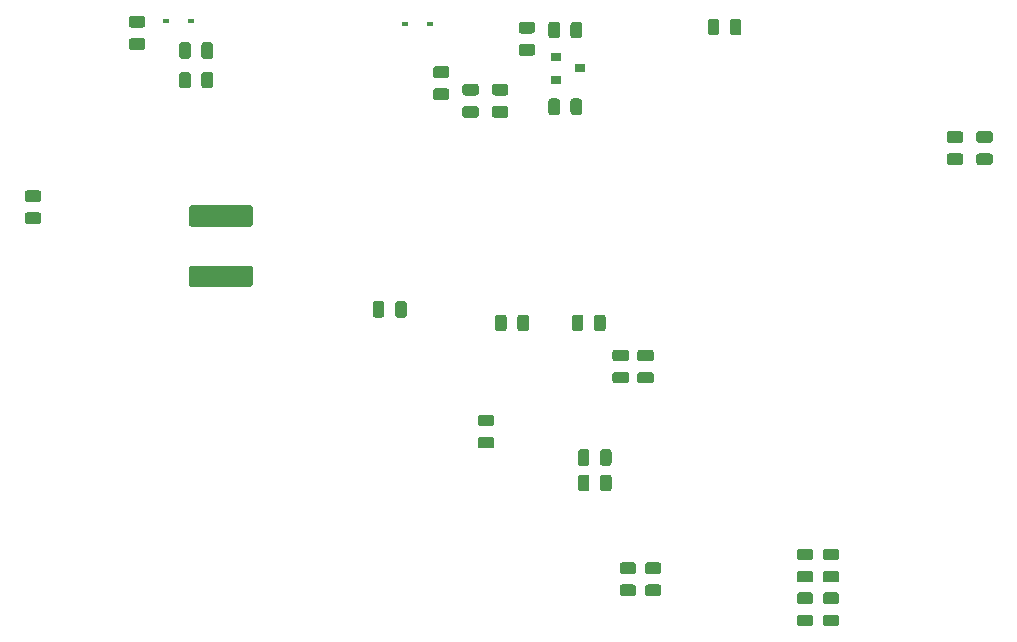
<source format=gbr>
G04 #@! TF.GenerationSoftware,KiCad,Pcbnew,5.1.5-52549c5~84~ubuntu18.04.1*
G04 #@! TF.CreationDate,2020-01-31T16:24:44-06:00*
G04 #@! TF.ProjectId,BPSMaster,4250534d-6173-4746-9572-2e6b69636164,rev?*
G04 #@! TF.SameCoordinates,Original*
G04 #@! TF.FileFunction,Paste,Bot*
G04 #@! TF.FilePolarity,Positive*
%FSLAX46Y46*%
G04 Gerber Fmt 4.6, Leading zero omitted, Abs format (unit mm)*
G04 Created by KiCad (PCBNEW 5.1.5-52549c5~84~ubuntu18.04.1) date 2020-01-31 16:24:44*
%MOMM*%
%LPD*%
G04 APERTURE LIST*
%ADD10C,0.100000*%
%ADD11R,0.600000X0.450000*%
%ADD12R,0.900000X0.800000*%
G04 APERTURE END LIST*
D10*
G36*
X107430142Y-95826174D02*
G01*
X107453803Y-95829684D01*
X107477007Y-95835496D01*
X107499529Y-95843554D01*
X107521153Y-95853782D01*
X107541670Y-95866079D01*
X107560883Y-95880329D01*
X107578607Y-95896393D01*
X107594671Y-95914117D01*
X107608921Y-95933330D01*
X107621218Y-95953847D01*
X107631446Y-95975471D01*
X107639504Y-95997993D01*
X107645316Y-96021197D01*
X107648826Y-96044858D01*
X107650000Y-96068750D01*
X107650000Y-96556250D01*
X107648826Y-96580142D01*
X107645316Y-96603803D01*
X107639504Y-96627007D01*
X107631446Y-96649529D01*
X107621218Y-96671153D01*
X107608921Y-96691670D01*
X107594671Y-96710883D01*
X107578607Y-96728607D01*
X107560883Y-96744671D01*
X107541670Y-96758921D01*
X107521153Y-96771218D01*
X107499529Y-96781446D01*
X107477007Y-96789504D01*
X107453803Y-96795316D01*
X107430142Y-96798826D01*
X107406250Y-96800000D01*
X106493750Y-96800000D01*
X106469858Y-96798826D01*
X106446197Y-96795316D01*
X106422993Y-96789504D01*
X106400471Y-96781446D01*
X106378847Y-96771218D01*
X106358330Y-96758921D01*
X106339117Y-96744671D01*
X106321393Y-96728607D01*
X106305329Y-96710883D01*
X106291079Y-96691670D01*
X106278782Y-96671153D01*
X106268554Y-96649529D01*
X106260496Y-96627007D01*
X106254684Y-96603803D01*
X106251174Y-96580142D01*
X106250000Y-96556250D01*
X106250000Y-96068750D01*
X106251174Y-96044858D01*
X106254684Y-96021197D01*
X106260496Y-95997993D01*
X106268554Y-95975471D01*
X106278782Y-95953847D01*
X106291079Y-95933330D01*
X106305329Y-95914117D01*
X106321393Y-95896393D01*
X106339117Y-95880329D01*
X106358330Y-95866079D01*
X106378847Y-95853782D01*
X106400471Y-95843554D01*
X106422993Y-95835496D01*
X106446197Y-95829684D01*
X106469858Y-95826174D01*
X106493750Y-95825000D01*
X107406250Y-95825000D01*
X107430142Y-95826174D01*
G37*
G36*
X107430142Y-97701174D02*
G01*
X107453803Y-97704684D01*
X107477007Y-97710496D01*
X107499529Y-97718554D01*
X107521153Y-97728782D01*
X107541670Y-97741079D01*
X107560883Y-97755329D01*
X107578607Y-97771393D01*
X107594671Y-97789117D01*
X107608921Y-97808330D01*
X107621218Y-97828847D01*
X107631446Y-97850471D01*
X107639504Y-97872993D01*
X107645316Y-97896197D01*
X107648826Y-97919858D01*
X107650000Y-97943750D01*
X107650000Y-98431250D01*
X107648826Y-98455142D01*
X107645316Y-98478803D01*
X107639504Y-98502007D01*
X107631446Y-98524529D01*
X107621218Y-98546153D01*
X107608921Y-98566670D01*
X107594671Y-98585883D01*
X107578607Y-98603607D01*
X107560883Y-98619671D01*
X107541670Y-98633921D01*
X107521153Y-98646218D01*
X107499529Y-98656446D01*
X107477007Y-98664504D01*
X107453803Y-98670316D01*
X107430142Y-98673826D01*
X107406250Y-98675000D01*
X106493750Y-98675000D01*
X106469858Y-98673826D01*
X106446197Y-98670316D01*
X106422993Y-98664504D01*
X106400471Y-98656446D01*
X106378847Y-98646218D01*
X106358330Y-98633921D01*
X106339117Y-98619671D01*
X106321393Y-98603607D01*
X106305329Y-98585883D01*
X106291079Y-98566670D01*
X106278782Y-98546153D01*
X106268554Y-98524529D01*
X106260496Y-98502007D01*
X106254684Y-98478803D01*
X106251174Y-98455142D01*
X106250000Y-98431250D01*
X106250000Y-97943750D01*
X106251174Y-97919858D01*
X106254684Y-97896197D01*
X106260496Y-97872993D01*
X106268554Y-97850471D01*
X106278782Y-97828847D01*
X106291079Y-97808330D01*
X106305329Y-97789117D01*
X106321393Y-97771393D01*
X106339117Y-97755329D01*
X106358330Y-97741079D01*
X106378847Y-97728782D01*
X106400471Y-97718554D01*
X106422993Y-97710496D01*
X106446197Y-97704684D01*
X106469858Y-97701174D01*
X106493750Y-97700000D01*
X107406250Y-97700000D01*
X107430142Y-97701174D01*
G37*
G36*
X125324504Y-102201204D02*
G01*
X125348773Y-102204804D01*
X125372571Y-102210765D01*
X125395671Y-102219030D01*
X125417849Y-102229520D01*
X125438893Y-102242133D01*
X125458598Y-102256747D01*
X125476777Y-102273223D01*
X125493253Y-102291402D01*
X125507867Y-102311107D01*
X125520480Y-102332151D01*
X125530970Y-102354329D01*
X125539235Y-102377429D01*
X125545196Y-102401227D01*
X125548796Y-102425496D01*
X125550000Y-102450000D01*
X125550000Y-103750000D01*
X125548796Y-103774504D01*
X125545196Y-103798773D01*
X125539235Y-103822571D01*
X125530970Y-103845671D01*
X125520480Y-103867849D01*
X125507867Y-103888893D01*
X125493253Y-103908598D01*
X125476777Y-103926777D01*
X125458598Y-103943253D01*
X125438893Y-103957867D01*
X125417849Y-103970480D01*
X125395671Y-103980970D01*
X125372571Y-103989235D01*
X125348773Y-103995196D01*
X125324504Y-103998796D01*
X125300000Y-104000000D01*
X120400000Y-104000000D01*
X120375496Y-103998796D01*
X120351227Y-103995196D01*
X120327429Y-103989235D01*
X120304329Y-103980970D01*
X120282151Y-103970480D01*
X120261107Y-103957867D01*
X120241402Y-103943253D01*
X120223223Y-103926777D01*
X120206747Y-103908598D01*
X120192133Y-103888893D01*
X120179520Y-103867849D01*
X120169030Y-103845671D01*
X120160765Y-103822571D01*
X120154804Y-103798773D01*
X120151204Y-103774504D01*
X120150000Y-103750000D01*
X120150000Y-102450000D01*
X120151204Y-102425496D01*
X120154804Y-102401227D01*
X120160765Y-102377429D01*
X120169030Y-102354329D01*
X120179520Y-102332151D01*
X120192133Y-102311107D01*
X120206747Y-102291402D01*
X120223223Y-102273223D01*
X120241402Y-102256747D01*
X120261107Y-102242133D01*
X120282151Y-102229520D01*
X120304329Y-102219030D01*
X120327429Y-102210765D01*
X120351227Y-102204804D01*
X120375496Y-102201204D01*
X120400000Y-102200000D01*
X125300000Y-102200000D01*
X125324504Y-102201204D01*
G37*
G36*
X125324504Y-97101204D02*
G01*
X125348773Y-97104804D01*
X125372571Y-97110765D01*
X125395671Y-97119030D01*
X125417849Y-97129520D01*
X125438893Y-97142133D01*
X125458598Y-97156747D01*
X125476777Y-97173223D01*
X125493253Y-97191402D01*
X125507867Y-97211107D01*
X125520480Y-97232151D01*
X125530970Y-97254329D01*
X125539235Y-97277429D01*
X125545196Y-97301227D01*
X125548796Y-97325496D01*
X125550000Y-97350000D01*
X125550000Y-98650000D01*
X125548796Y-98674504D01*
X125545196Y-98698773D01*
X125539235Y-98722571D01*
X125530970Y-98745671D01*
X125520480Y-98767849D01*
X125507867Y-98788893D01*
X125493253Y-98808598D01*
X125476777Y-98826777D01*
X125458598Y-98843253D01*
X125438893Y-98857867D01*
X125417849Y-98870480D01*
X125395671Y-98880970D01*
X125372571Y-98889235D01*
X125348773Y-98895196D01*
X125324504Y-98898796D01*
X125300000Y-98900000D01*
X120400000Y-98900000D01*
X120375496Y-98898796D01*
X120351227Y-98895196D01*
X120327429Y-98889235D01*
X120304329Y-98880970D01*
X120282151Y-98870480D01*
X120261107Y-98857867D01*
X120241402Y-98843253D01*
X120223223Y-98826777D01*
X120206747Y-98808598D01*
X120192133Y-98788893D01*
X120179520Y-98767849D01*
X120169030Y-98745671D01*
X120160765Y-98722571D01*
X120154804Y-98698773D01*
X120151204Y-98674504D01*
X120150000Y-98650000D01*
X120150000Y-97350000D01*
X120151204Y-97325496D01*
X120154804Y-97301227D01*
X120160765Y-97277429D01*
X120169030Y-97254329D01*
X120179520Y-97232151D01*
X120192133Y-97211107D01*
X120206747Y-97191402D01*
X120223223Y-97173223D01*
X120241402Y-97156747D01*
X120261107Y-97142133D01*
X120282151Y-97129520D01*
X120304329Y-97119030D01*
X120327429Y-97110765D01*
X120351227Y-97104804D01*
X120375496Y-97101204D01*
X120400000Y-97100000D01*
X125300000Y-97100000D01*
X125324504Y-97101204D01*
G37*
G36*
X153330142Y-106351174D02*
G01*
X153353803Y-106354684D01*
X153377007Y-106360496D01*
X153399529Y-106368554D01*
X153421153Y-106378782D01*
X153441670Y-106391079D01*
X153460883Y-106405329D01*
X153478607Y-106421393D01*
X153494671Y-106439117D01*
X153508921Y-106458330D01*
X153521218Y-106478847D01*
X153531446Y-106500471D01*
X153539504Y-106522993D01*
X153545316Y-106546197D01*
X153548826Y-106569858D01*
X153550000Y-106593750D01*
X153550000Y-107506250D01*
X153548826Y-107530142D01*
X153545316Y-107553803D01*
X153539504Y-107577007D01*
X153531446Y-107599529D01*
X153521218Y-107621153D01*
X153508921Y-107641670D01*
X153494671Y-107660883D01*
X153478607Y-107678607D01*
X153460883Y-107694671D01*
X153441670Y-107708921D01*
X153421153Y-107721218D01*
X153399529Y-107731446D01*
X153377007Y-107739504D01*
X153353803Y-107745316D01*
X153330142Y-107748826D01*
X153306250Y-107750000D01*
X152818750Y-107750000D01*
X152794858Y-107748826D01*
X152771197Y-107745316D01*
X152747993Y-107739504D01*
X152725471Y-107731446D01*
X152703847Y-107721218D01*
X152683330Y-107708921D01*
X152664117Y-107694671D01*
X152646393Y-107678607D01*
X152630329Y-107660883D01*
X152616079Y-107641670D01*
X152603782Y-107621153D01*
X152593554Y-107599529D01*
X152585496Y-107577007D01*
X152579684Y-107553803D01*
X152576174Y-107530142D01*
X152575000Y-107506250D01*
X152575000Y-106593750D01*
X152576174Y-106569858D01*
X152579684Y-106546197D01*
X152585496Y-106522993D01*
X152593554Y-106500471D01*
X152603782Y-106478847D01*
X152616079Y-106458330D01*
X152630329Y-106439117D01*
X152646393Y-106421393D01*
X152664117Y-106405329D01*
X152683330Y-106391079D01*
X152703847Y-106378782D01*
X152725471Y-106368554D01*
X152747993Y-106360496D01*
X152771197Y-106354684D01*
X152794858Y-106351174D01*
X152818750Y-106350000D01*
X153306250Y-106350000D01*
X153330142Y-106351174D01*
G37*
G36*
X155205142Y-106351174D02*
G01*
X155228803Y-106354684D01*
X155252007Y-106360496D01*
X155274529Y-106368554D01*
X155296153Y-106378782D01*
X155316670Y-106391079D01*
X155335883Y-106405329D01*
X155353607Y-106421393D01*
X155369671Y-106439117D01*
X155383921Y-106458330D01*
X155396218Y-106478847D01*
X155406446Y-106500471D01*
X155414504Y-106522993D01*
X155420316Y-106546197D01*
X155423826Y-106569858D01*
X155425000Y-106593750D01*
X155425000Y-107506250D01*
X155423826Y-107530142D01*
X155420316Y-107553803D01*
X155414504Y-107577007D01*
X155406446Y-107599529D01*
X155396218Y-107621153D01*
X155383921Y-107641670D01*
X155369671Y-107660883D01*
X155353607Y-107678607D01*
X155335883Y-107694671D01*
X155316670Y-107708921D01*
X155296153Y-107721218D01*
X155274529Y-107731446D01*
X155252007Y-107739504D01*
X155228803Y-107745316D01*
X155205142Y-107748826D01*
X155181250Y-107750000D01*
X154693750Y-107750000D01*
X154669858Y-107748826D01*
X154646197Y-107745316D01*
X154622993Y-107739504D01*
X154600471Y-107731446D01*
X154578847Y-107721218D01*
X154558330Y-107708921D01*
X154539117Y-107694671D01*
X154521393Y-107678607D01*
X154505329Y-107660883D01*
X154491079Y-107641670D01*
X154478782Y-107621153D01*
X154468554Y-107599529D01*
X154460496Y-107577007D01*
X154454684Y-107553803D01*
X154451174Y-107530142D01*
X154450000Y-107506250D01*
X154450000Y-106593750D01*
X154451174Y-106569858D01*
X154454684Y-106546197D01*
X154460496Y-106522993D01*
X154468554Y-106500471D01*
X154478782Y-106478847D01*
X154491079Y-106458330D01*
X154505329Y-106439117D01*
X154521393Y-106421393D01*
X154539117Y-106405329D01*
X154558330Y-106391079D01*
X154578847Y-106378782D01*
X154600471Y-106368554D01*
X154622993Y-106360496D01*
X154646197Y-106354684D01*
X154669858Y-106351174D01*
X154693750Y-106350000D01*
X155181250Y-106350000D01*
X155205142Y-106351174D01*
G37*
G36*
X148705142Y-106351174D02*
G01*
X148728803Y-106354684D01*
X148752007Y-106360496D01*
X148774529Y-106368554D01*
X148796153Y-106378782D01*
X148816670Y-106391079D01*
X148835883Y-106405329D01*
X148853607Y-106421393D01*
X148869671Y-106439117D01*
X148883921Y-106458330D01*
X148896218Y-106478847D01*
X148906446Y-106500471D01*
X148914504Y-106522993D01*
X148920316Y-106546197D01*
X148923826Y-106569858D01*
X148925000Y-106593750D01*
X148925000Y-107506250D01*
X148923826Y-107530142D01*
X148920316Y-107553803D01*
X148914504Y-107577007D01*
X148906446Y-107599529D01*
X148896218Y-107621153D01*
X148883921Y-107641670D01*
X148869671Y-107660883D01*
X148853607Y-107678607D01*
X148835883Y-107694671D01*
X148816670Y-107708921D01*
X148796153Y-107721218D01*
X148774529Y-107731446D01*
X148752007Y-107739504D01*
X148728803Y-107745316D01*
X148705142Y-107748826D01*
X148681250Y-107750000D01*
X148193750Y-107750000D01*
X148169858Y-107748826D01*
X148146197Y-107745316D01*
X148122993Y-107739504D01*
X148100471Y-107731446D01*
X148078847Y-107721218D01*
X148058330Y-107708921D01*
X148039117Y-107694671D01*
X148021393Y-107678607D01*
X148005329Y-107660883D01*
X147991079Y-107641670D01*
X147978782Y-107621153D01*
X147968554Y-107599529D01*
X147960496Y-107577007D01*
X147954684Y-107553803D01*
X147951174Y-107530142D01*
X147950000Y-107506250D01*
X147950000Y-106593750D01*
X147951174Y-106569858D01*
X147954684Y-106546197D01*
X147960496Y-106522993D01*
X147968554Y-106500471D01*
X147978782Y-106478847D01*
X147991079Y-106458330D01*
X148005329Y-106439117D01*
X148021393Y-106421393D01*
X148039117Y-106405329D01*
X148058330Y-106391079D01*
X148078847Y-106378782D01*
X148100471Y-106368554D01*
X148122993Y-106360496D01*
X148146197Y-106354684D01*
X148169858Y-106351174D01*
X148193750Y-106350000D01*
X148681250Y-106350000D01*
X148705142Y-106351174D01*
G37*
G36*
X146830142Y-106351174D02*
G01*
X146853803Y-106354684D01*
X146877007Y-106360496D01*
X146899529Y-106368554D01*
X146921153Y-106378782D01*
X146941670Y-106391079D01*
X146960883Y-106405329D01*
X146978607Y-106421393D01*
X146994671Y-106439117D01*
X147008921Y-106458330D01*
X147021218Y-106478847D01*
X147031446Y-106500471D01*
X147039504Y-106522993D01*
X147045316Y-106546197D01*
X147048826Y-106569858D01*
X147050000Y-106593750D01*
X147050000Y-107506250D01*
X147048826Y-107530142D01*
X147045316Y-107553803D01*
X147039504Y-107577007D01*
X147031446Y-107599529D01*
X147021218Y-107621153D01*
X147008921Y-107641670D01*
X146994671Y-107660883D01*
X146978607Y-107678607D01*
X146960883Y-107694671D01*
X146941670Y-107708921D01*
X146921153Y-107721218D01*
X146899529Y-107731446D01*
X146877007Y-107739504D01*
X146853803Y-107745316D01*
X146830142Y-107748826D01*
X146806250Y-107750000D01*
X146318750Y-107750000D01*
X146294858Y-107748826D01*
X146271197Y-107745316D01*
X146247993Y-107739504D01*
X146225471Y-107731446D01*
X146203847Y-107721218D01*
X146183330Y-107708921D01*
X146164117Y-107694671D01*
X146146393Y-107678607D01*
X146130329Y-107660883D01*
X146116079Y-107641670D01*
X146103782Y-107621153D01*
X146093554Y-107599529D01*
X146085496Y-107577007D01*
X146079684Y-107553803D01*
X146076174Y-107530142D01*
X146075000Y-107506250D01*
X146075000Y-106593750D01*
X146076174Y-106569858D01*
X146079684Y-106546197D01*
X146085496Y-106522993D01*
X146093554Y-106500471D01*
X146103782Y-106478847D01*
X146116079Y-106458330D01*
X146130329Y-106439117D01*
X146146393Y-106421393D01*
X146164117Y-106405329D01*
X146183330Y-106391079D01*
X146203847Y-106378782D01*
X146225471Y-106368554D01*
X146247993Y-106360496D01*
X146271197Y-106354684D01*
X146294858Y-106351174D01*
X146318750Y-106350000D01*
X146806250Y-106350000D01*
X146830142Y-106351174D01*
G37*
G36*
X145780142Y-116701174D02*
G01*
X145803803Y-116704684D01*
X145827007Y-116710496D01*
X145849529Y-116718554D01*
X145871153Y-116728782D01*
X145891670Y-116741079D01*
X145910883Y-116755329D01*
X145928607Y-116771393D01*
X145944671Y-116789117D01*
X145958921Y-116808330D01*
X145971218Y-116828847D01*
X145981446Y-116850471D01*
X145989504Y-116872993D01*
X145995316Y-116896197D01*
X145998826Y-116919858D01*
X146000000Y-116943750D01*
X146000000Y-117431250D01*
X145998826Y-117455142D01*
X145995316Y-117478803D01*
X145989504Y-117502007D01*
X145981446Y-117524529D01*
X145971218Y-117546153D01*
X145958921Y-117566670D01*
X145944671Y-117585883D01*
X145928607Y-117603607D01*
X145910883Y-117619671D01*
X145891670Y-117633921D01*
X145871153Y-117646218D01*
X145849529Y-117656446D01*
X145827007Y-117664504D01*
X145803803Y-117670316D01*
X145780142Y-117673826D01*
X145756250Y-117675000D01*
X144843750Y-117675000D01*
X144819858Y-117673826D01*
X144796197Y-117670316D01*
X144772993Y-117664504D01*
X144750471Y-117656446D01*
X144728847Y-117646218D01*
X144708330Y-117633921D01*
X144689117Y-117619671D01*
X144671393Y-117603607D01*
X144655329Y-117585883D01*
X144641079Y-117566670D01*
X144628782Y-117546153D01*
X144618554Y-117524529D01*
X144610496Y-117502007D01*
X144604684Y-117478803D01*
X144601174Y-117455142D01*
X144600000Y-117431250D01*
X144600000Y-116943750D01*
X144601174Y-116919858D01*
X144604684Y-116896197D01*
X144610496Y-116872993D01*
X144618554Y-116850471D01*
X144628782Y-116828847D01*
X144641079Y-116808330D01*
X144655329Y-116789117D01*
X144671393Y-116771393D01*
X144689117Y-116755329D01*
X144708330Y-116741079D01*
X144728847Y-116728782D01*
X144750471Y-116718554D01*
X144772993Y-116710496D01*
X144796197Y-116704684D01*
X144819858Y-116701174D01*
X144843750Y-116700000D01*
X145756250Y-116700000D01*
X145780142Y-116701174D01*
G37*
G36*
X145780142Y-114826174D02*
G01*
X145803803Y-114829684D01*
X145827007Y-114835496D01*
X145849529Y-114843554D01*
X145871153Y-114853782D01*
X145891670Y-114866079D01*
X145910883Y-114880329D01*
X145928607Y-114896393D01*
X145944671Y-114914117D01*
X145958921Y-114933330D01*
X145971218Y-114953847D01*
X145981446Y-114975471D01*
X145989504Y-114997993D01*
X145995316Y-115021197D01*
X145998826Y-115044858D01*
X146000000Y-115068750D01*
X146000000Y-115556250D01*
X145998826Y-115580142D01*
X145995316Y-115603803D01*
X145989504Y-115627007D01*
X145981446Y-115649529D01*
X145971218Y-115671153D01*
X145958921Y-115691670D01*
X145944671Y-115710883D01*
X145928607Y-115728607D01*
X145910883Y-115744671D01*
X145891670Y-115758921D01*
X145871153Y-115771218D01*
X145849529Y-115781446D01*
X145827007Y-115789504D01*
X145803803Y-115795316D01*
X145780142Y-115798826D01*
X145756250Y-115800000D01*
X144843750Y-115800000D01*
X144819858Y-115798826D01*
X144796197Y-115795316D01*
X144772993Y-115789504D01*
X144750471Y-115781446D01*
X144728847Y-115771218D01*
X144708330Y-115758921D01*
X144689117Y-115744671D01*
X144671393Y-115728607D01*
X144655329Y-115710883D01*
X144641079Y-115691670D01*
X144628782Y-115671153D01*
X144618554Y-115649529D01*
X144610496Y-115627007D01*
X144604684Y-115603803D01*
X144601174Y-115580142D01*
X144600000Y-115556250D01*
X144600000Y-115068750D01*
X144601174Y-115044858D01*
X144604684Y-115021197D01*
X144610496Y-114997993D01*
X144618554Y-114975471D01*
X144628782Y-114953847D01*
X144641079Y-114933330D01*
X144655329Y-114914117D01*
X144671393Y-114896393D01*
X144689117Y-114880329D01*
X144708330Y-114866079D01*
X144728847Y-114853782D01*
X144750471Y-114843554D01*
X144772993Y-114835496D01*
X144796197Y-114829684D01*
X144819858Y-114826174D01*
X144843750Y-114825000D01*
X145756250Y-114825000D01*
X145780142Y-114826174D01*
G37*
G36*
X153830142Y-117751174D02*
G01*
X153853803Y-117754684D01*
X153877007Y-117760496D01*
X153899529Y-117768554D01*
X153921153Y-117778782D01*
X153941670Y-117791079D01*
X153960883Y-117805329D01*
X153978607Y-117821393D01*
X153994671Y-117839117D01*
X154008921Y-117858330D01*
X154021218Y-117878847D01*
X154031446Y-117900471D01*
X154039504Y-117922993D01*
X154045316Y-117946197D01*
X154048826Y-117969858D01*
X154050000Y-117993750D01*
X154050000Y-118906250D01*
X154048826Y-118930142D01*
X154045316Y-118953803D01*
X154039504Y-118977007D01*
X154031446Y-118999529D01*
X154021218Y-119021153D01*
X154008921Y-119041670D01*
X153994671Y-119060883D01*
X153978607Y-119078607D01*
X153960883Y-119094671D01*
X153941670Y-119108921D01*
X153921153Y-119121218D01*
X153899529Y-119131446D01*
X153877007Y-119139504D01*
X153853803Y-119145316D01*
X153830142Y-119148826D01*
X153806250Y-119150000D01*
X153318750Y-119150000D01*
X153294858Y-119148826D01*
X153271197Y-119145316D01*
X153247993Y-119139504D01*
X153225471Y-119131446D01*
X153203847Y-119121218D01*
X153183330Y-119108921D01*
X153164117Y-119094671D01*
X153146393Y-119078607D01*
X153130329Y-119060883D01*
X153116079Y-119041670D01*
X153103782Y-119021153D01*
X153093554Y-118999529D01*
X153085496Y-118977007D01*
X153079684Y-118953803D01*
X153076174Y-118930142D01*
X153075000Y-118906250D01*
X153075000Y-117993750D01*
X153076174Y-117969858D01*
X153079684Y-117946197D01*
X153085496Y-117922993D01*
X153093554Y-117900471D01*
X153103782Y-117878847D01*
X153116079Y-117858330D01*
X153130329Y-117839117D01*
X153146393Y-117821393D01*
X153164117Y-117805329D01*
X153183330Y-117791079D01*
X153203847Y-117778782D01*
X153225471Y-117768554D01*
X153247993Y-117760496D01*
X153271197Y-117754684D01*
X153294858Y-117751174D01*
X153318750Y-117750000D01*
X153806250Y-117750000D01*
X153830142Y-117751174D01*
G37*
G36*
X155705142Y-117751174D02*
G01*
X155728803Y-117754684D01*
X155752007Y-117760496D01*
X155774529Y-117768554D01*
X155796153Y-117778782D01*
X155816670Y-117791079D01*
X155835883Y-117805329D01*
X155853607Y-117821393D01*
X155869671Y-117839117D01*
X155883921Y-117858330D01*
X155896218Y-117878847D01*
X155906446Y-117900471D01*
X155914504Y-117922993D01*
X155920316Y-117946197D01*
X155923826Y-117969858D01*
X155925000Y-117993750D01*
X155925000Y-118906250D01*
X155923826Y-118930142D01*
X155920316Y-118953803D01*
X155914504Y-118977007D01*
X155906446Y-118999529D01*
X155896218Y-119021153D01*
X155883921Y-119041670D01*
X155869671Y-119060883D01*
X155853607Y-119078607D01*
X155835883Y-119094671D01*
X155816670Y-119108921D01*
X155796153Y-119121218D01*
X155774529Y-119131446D01*
X155752007Y-119139504D01*
X155728803Y-119145316D01*
X155705142Y-119148826D01*
X155681250Y-119150000D01*
X155193750Y-119150000D01*
X155169858Y-119148826D01*
X155146197Y-119145316D01*
X155122993Y-119139504D01*
X155100471Y-119131446D01*
X155078847Y-119121218D01*
X155058330Y-119108921D01*
X155039117Y-119094671D01*
X155021393Y-119078607D01*
X155005329Y-119060883D01*
X154991079Y-119041670D01*
X154978782Y-119021153D01*
X154968554Y-118999529D01*
X154960496Y-118977007D01*
X154954684Y-118953803D01*
X154951174Y-118930142D01*
X154950000Y-118906250D01*
X154950000Y-117993750D01*
X154951174Y-117969858D01*
X154954684Y-117946197D01*
X154960496Y-117922993D01*
X154968554Y-117900471D01*
X154978782Y-117878847D01*
X154991079Y-117858330D01*
X155005329Y-117839117D01*
X155021393Y-117821393D01*
X155039117Y-117805329D01*
X155058330Y-117791079D01*
X155078847Y-117778782D01*
X155100471Y-117768554D01*
X155122993Y-117760496D01*
X155146197Y-117754684D01*
X155169858Y-117751174D01*
X155193750Y-117750000D01*
X155681250Y-117750000D01*
X155705142Y-117751174D01*
G37*
G36*
X155705142Y-119901174D02*
G01*
X155728803Y-119904684D01*
X155752007Y-119910496D01*
X155774529Y-119918554D01*
X155796153Y-119928782D01*
X155816670Y-119941079D01*
X155835883Y-119955329D01*
X155853607Y-119971393D01*
X155869671Y-119989117D01*
X155883921Y-120008330D01*
X155896218Y-120028847D01*
X155906446Y-120050471D01*
X155914504Y-120072993D01*
X155920316Y-120096197D01*
X155923826Y-120119858D01*
X155925000Y-120143750D01*
X155925000Y-121056250D01*
X155923826Y-121080142D01*
X155920316Y-121103803D01*
X155914504Y-121127007D01*
X155906446Y-121149529D01*
X155896218Y-121171153D01*
X155883921Y-121191670D01*
X155869671Y-121210883D01*
X155853607Y-121228607D01*
X155835883Y-121244671D01*
X155816670Y-121258921D01*
X155796153Y-121271218D01*
X155774529Y-121281446D01*
X155752007Y-121289504D01*
X155728803Y-121295316D01*
X155705142Y-121298826D01*
X155681250Y-121300000D01*
X155193750Y-121300000D01*
X155169858Y-121298826D01*
X155146197Y-121295316D01*
X155122993Y-121289504D01*
X155100471Y-121281446D01*
X155078847Y-121271218D01*
X155058330Y-121258921D01*
X155039117Y-121244671D01*
X155021393Y-121228607D01*
X155005329Y-121210883D01*
X154991079Y-121191670D01*
X154978782Y-121171153D01*
X154968554Y-121149529D01*
X154960496Y-121127007D01*
X154954684Y-121103803D01*
X154951174Y-121080142D01*
X154950000Y-121056250D01*
X154950000Y-120143750D01*
X154951174Y-120119858D01*
X154954684Y-120096197D01*
X154960496Y-120072993D01*
X154968554Y-120050471D01*
X154978782Y-120028847D01*
X154991079Y-120008330D01*
X155005329Y-119989117D01*
X155021393Y-119971393D01*
X155039117Y-119955329D01*
X155058330Y-119941079D01*
X155078847Y-119928782D01*
X155100471Y-119918554D01*
X155122993Y-119910496D01*
X155146197Y-119904684D01*
X155169858Y-119901174D01*
X155193750Y-119900000D01*
X155681250Y-119900000D01*
X155705142Y-119901174D01*
G37*
G36*
X153830142Y-119901174D02*
G01*
X153853803Y-119904684D01*
X153877007Y-119910496D01*
X153899529Y-119918554D01*
X153921153Y-119928782D01*
X153941670Y-119941079D01*
X153960883Y-119955329D01*
X153978607Y-119971393D01*
X153994671Y-119989117D01*
X154008921Y-120008330D01*
X154021218Y-120028847D01*
X154031446Y-120050471D01*
X154039504Y-120072993D01*
X154045316Y-120096197D01*
X154048826Y-120119858D01*
X154050000Y-120143750D01*
X154050000Y-121056250D01*
X154048826Y-121080142D01*
X154045316Y-121103803D01*
X154039504Y-121127007D01*
X154031446Y-121149529D01*
X154021218Y-121171153D01*
X154008921Y-121191670D01*
X153994671Y-121210883D01*
X153978607Y-121228607D01*
X153960883Y-121244671D01*
X153941670Y-121258921D01*
X153921153Y-121271218D01*
X153899529Y-121281446D01*
X153877007Y-121289504D01*
X153853803Y-121295316D01*
X153830142Y-121298826D01*
X153806250Y-121300000D01*
X153318750Y-121300000D01*
X153294858Y-121298826D01*
X153271197Y-121295316D01*
X153247993Y-121289504D01*
X153225471Y-121281446D01*
X153203847Y-121271218D01*
X153183330Y-121258921D01*
X153164117Y-121244671D01*
X153146393Y-121228607D01*
X153130329Y-121210883D01*
X153116079Y-121191670D01*
X153103782Y-121171153D01*
X153093554Y-121149529D01*
X153085496Y-121127007D01*
X153079684Y-121103803D01*
X153076174Y-121080142D01*
X153075000Y-121056250D01*
X153075000Y-120143750D01*
X153076174Y-120119858D01*
X153079684Y-120096197D01*
X153085496Y-120072993D01*
X153093554Y-120050471D01*
X153103782Y-120028847D01*
X153116079Y-120008330D01*
X153130329Y-119989117D01*
X153146393Y-119971393D01*
X153164117Y-119955329D01*
X153183330Y-119941079D01*
X153203847Y-119928782D01*
X153225471Y-119918554D01*
X153247993Y-119910496D01*
X153271197Y-119904684D01*
X153294858Y-119901174D01*
X153318750Y-119900000D01*
X153806250Y-119900000D01*
X153830142Y-119901174D01*
G37*
G36*
X159280142Y-111201174D02*
G01*
X159303803Y-111204684D01*
X159327007Y-111210496D01*
X159349529Y-111218554D01*
X159371153Y-111228782D01*
X159391670Y-111241079D01*
X159410883Y-111255329D01*
X159428607Y-111271393D01*
X159444671Y-111289117D01*
X159458921Y-111308330D01*
X159471218Y-111328847D01*
X159481446Y-111350471D01*
X159489504Y-111372993D01*
X159495316Y-111396197D01*
X159498826Y-111419858D01*
X159500000Y-111443750D01*
X159500000Y-111931250D01*
X159498826Y-111955142D01*
X159495316Y-111978803D01*
X159489504Y-112002007D01*
X159481446Y-112024529D01*
X159471218Y-112046153D01*
X159458921Y-112066670D01*
X159444671Y-112085883D01*
X159428607Y-112103607D01*
X159410883Y-112119671D01*
X159391670Y-112133921D01*
X159371153Y-112146218D01*
X159349529Y-112156446D01*
X159327007Y-112164504D01*
X159303803Y-112170316D01*
X159280142Y-112173826D01*
X159256250Y-112175000D01*
X158343750Y-112175000D01*
X158319858Y-112173826D01*
X158296197Y-112170316D01*
X158272993Y-112164504D01*
X158250471Y-112156446D01*
X158228847Y-112146218D01*
X158208330Y-112133921D01*
X158189117Y-112119671D01*
X158171393Y-112103607D01*
X158155329Y-112085883D01*
X158141079Y-112066670D01*
X158128782Y-112046153D01*
X158118554Y-112024529D01*
X158110496Y-112002007D01*
X158104684Y-111978803D01*
X158101174Y-111955142D01*
X158100000Y-111931250D01*
X158100000Y-111443750D01*
X158101174Y-111419858D01*
X158104684Y-111396197D01*
X158110496Y-111372993D01*
X158118554Y-111350471D01*
X158128782Y-111328847D01*
X158141079Y-111308330D01*
X158155329Y-111289117D01*
X158171393Y-111271393D01*
X158189117Y-111255329D01*
X158208330Y-111241079D01*
X158228847Y-111228782D01*
X158250471Y-111218554D01*
X158272993Y-111210496D01*
X158296197Y-111204684D01*
X158319858Y-111201174D01*
X158343750Y-111200000D01*
X159256250Y-111200000D01*
X159280142Y-111201174D01*
G37*
G36*
X159280142Y-109326174D02*
G01*
X159303803Y-109329684D01*
X159327007Y-109335496D01*
X159349529Y-109343554D01*
X159371153Y-109353782D01*
X159391670Y-109366079D01*
X159410883Y-109380329D01*
X159428607Y-109396393D01*
X159444671Y-109414117D01*
X159458921Y-109433330D01*
X159471218Y-109453847D01*
X159481446Y-109475471D01*
X159489504Y-109497993D01*
X159495316Y-109521197D01*
X159498826Y-109544858D01*
X159500000Y-109568750D01*
X159500000Y-110056250D01*
X159498826Y-110080142D01*
X159495316Y-110103803D01*
X159489504Y-110127007D01*
X159481446Y-110149529D01*
X159471218Y-110171153D01*
X159458921Y-110191670D01*
X159444671Y-110210883D01*
X159428607Y-110228607D01*
X159410883Y-110244671D01*
X159391670Y-110258921D01*
X159371153Y-110271218D01*
X159349529Y-110281446D01*
X159327007Y-110289504D01*
X159303803Y-110295316D01*
X159280142Y-110298826D01*
X159256250Y-110300000D01*
X158343750Y-110300000D01*
X158319858Y-110298826D01*
X158296197Y-110295316D01*
X158272993Y-110289504D01*
X158250471Y-110281446D01*
X158228847Y-110271218D01*
X158208330Y-110258921D01*
X158189117Y-110244671D01*
X158171393Y-110228607D01*
X158155329Y-110210883D01*
X158141079Y-110191670D01*
X158128782Y-110171153D01*
X158118554Y-110149529D01*
X158110496Y-110127007D01*
X158104684Y-110103803D01*
X158101174Y-110080142D01*
X158100000Y-110056250D01*
X158100000Y-109568750D01*
X158101174Y-109544858D01*
X158104684Y-109521197D01*
X158110496Y-109497993D01*
X158118554Y-109475471D01*
X158128782Y-109453847D01*
X158141079Y-109433330D01*
X158155329Y-109414117D01*
X158171393Y-109396393D01*
X158189117Y-109380329D01*
X158208330Y-109366079D01*
X158228847Y-109353782D01*
X158250471Y-109343554D01*
X158272993Y-109335496D01*
X158296197Y-109329684D01*
X158319858Y-109326174D01*
X158343750Y-109325000D01*
X159256250Y-109325000D01*
X159280142Y-109326174D01*
G37*
G36*
X157180142Y-109326174D02*
G01*
X157203803Y-109329684D01*
X157227007Y-109335496D01*
X157249529Y-109343554D01*
X157271153Y-109353782D01*
X157291670Y-109366079D01*
X157310883Y-109380329D01*
X157328607Y-109396393D01*
X157344671Y-109414117D01*
X157358921Y-109433330D01*
X157371218Y-109453847D01*
X157381446Y-109475471D01*
X157389504Y-109497993D01*
X157395316Y-109521197D01*
X157398826Y-109544858D01*
X157400000Y-109568750D01*
X157400000Y-110056250D01*
X157398826Y-110080142D01*
X157395316Y-110103803D01*
X157389504Y-110127007D01*
X157381446Y-110149529D01*
X157371218Y-110171153D01*
X157358921Y-110191670D01*
X157344671Y-110210883D01*
X157328607Y-110228607D01*
X157310883Y-110244671D01*
X157291670Y-110258921D01*
X157271153Y-110271218D01*
X157249529Y-110281446D01*
X157227007Y-110289504D01*
X157203803Y-110295316D01*
X157180142Y-110298826D01*
X157156250Y-110300000D01*
X156243750Y-110300000D01*
X156219858Y-110298826D01*
X156196197Y-110295316D01*
X156172993Y-110289504D01*
X156150471Y-110281446D01*
X156128847Y-110271218D01*
X156108330Y-110258921D01*
X156089117Y-110244671D01*
X156071393Y-110228607D01*
X156055329Y-110210883D01*
X156041079Y-110191670D01*
X156028782Y-110171153D01*
X156018554Y-110149529D01*
X156010496Y-110127007D01*
X156004684Y-110103803D01*
X156001174Y-110080142D01*
X156000000Y-110056250D01*
X156000000Y-109568750D01*
X156001174Y-109544858D01*
X156004684Y-109521197D01*
X156010496Y-109497993D01*
X156018554Y-109475471D01*
X156028782Y-109453847D01*
X156041079Y-109433330D01*
X156055329Y-109414117D01*
X156071393Y-109396393D01*
X156089117Y-109380329D01*
X156108330Y-109366079D01*
X156128847Y-109353782D01*
X156150471Y-109343554D01*
X156172993Y-109335496D01*
X156196197Y-109329684D01*
X156219858Y-109326174D01*
X156243750Y-109325000D01*
X157156250Y-109325000D01*
X157180142Y-109326174D01*
G37*
G36*
X157180142Y-111201174D02*
G01*
X157203803Y-111204684D01*
X157227007Y-111210496D01*
X157249529Y-111218554D01*
X157271153Y-111228782D01*
X157291670Y-111241079D01*
X157310883Y-111255329D01*
X157328607Y-111271393D01*
X157344671Y-111289117D01*
X157358921Y-111308330D01*
X157371218Y-111328847D01*
X157381446Y-111350471D01*
X157389504Y-111372993D01*
X157395316Y-111396197D01*
X157398826Y-111419858D01*
X157400000Y-111443750D01*
X157400000Y-111931250D01*
X157398826Y-111955142D01*
X157395316Y-111978803D01*
X157389504Y-112002007D01*
X157381446Y-112024529D01*
X157371218Y-112046153D01*
X157358921Y-112066670D01*
X157344671Y-112085883D01*
X157328607Y-112103607D01*
X157310883Y-112119671D01*
X157291670Y-112133921D01*
X157271153Y-112146218D01*
X157249529Y-112156446D01*
X157227007Y-112164504D01*
X157203803Y-112170316D01*
X157180142Y-112173826D01*
X157156250Y-112175000D01*
X156243750Y-112175000D01*
X156219858Y-112173826D01*
X156196197Y-112170316D01*
X156172993Y-112164504D01*
X156150471Y-112156446D01*
X156128847Y-112146218D01*
X156108330Y-112133921D01*
X156089117Y-112119671D01*
X156071393Y-112103607D01*
X156055329Y-112085883D01*
X156041079Y-112066670D01*
X156028782Y-112046153D01*
X156018554Y-112024529D01*
X156010496Y-112002007D01*
X156004684Y-111978803D01*
X156001174Y-111955142D01*
X156000000Y-111931250D01*
X156000000Y-111443750D01*
X156001174Y-111419858D01*
X156004684Y-111396197D01*
X156010496Y-111372993D01*
X156018554Y-111350471D01*
X156028782Y-111328847D01*
X156041079Y-111308330D01*
X156055329Y-111289117D01*
X156071393Y-111271393D01*
X156089117Y-111255329D01*
X156108330Y-111241079D01*
X156128847Y-111228782D01*
X156150471Y-111218554D01*
X156172993Y-111210496D01*
X156196197Y-111204684D01*
X156219858Y-111201174D01*
X156243750Y-111200000D01*
X157156250Y-111200000D01*
X157180142Y-111201174D01*
G37*
G36*
X138355142Y-105201174D02*
G01*
X138378803Y-105204684D01*
X138402007Y-105210496D01*
X138424529Y-105218554D01*
X138446153Y-105228782D01*
X138466670Y-105241079D01*
X138485883Y-105255329D01*
X138503607Y-105271393D01*
X138519671Y-105289117D01*
X138533921Y-105308330D01*
X138546218Y-105328847D01*
X138556446Y-105350471D01*
X138564504Y-105372993D01*
X138570316Y-105396197D01*
X138573826Y-105419858D01*
X138575000Y-105443750D01*
X138575000Y-106356250D01*
X138573826Y-106380142D01*
X138570316Y-106403803D01*
X138564504Y-106427007D01*
X138556446Y-106449529D01*
X138546218Y-106471153D01*
X138533921Y-106491670D01*
X138519671Y-106510883D01*
X138503607Y-106528607D01*
X138485883Y-106544671D01*
X138466670Y-106558921D01*
X138446153Y-106571218D01*
X138424529Y-106581446D01*
X138402007Y-106589504D01*
X138378803Y-106595316D01*
X138355142Y-106598826D01*
X138331250Y-106600000D01*
X137843750Y-106600000D01*
X137819858Y-106598826D01*
X137796197Y-106595316D01*
X137772993Y-106589504D01*
X137750471Y-106581446D01*
X137728847Y-106571218D01*
X137708330Y-106558921D01*
X137689117Y-106544671D01*
X137671393Y-106528607D01*
X137655329Y-106510883D01*
X137641079Y-106491670D01*
X137628782Y-106471153D01*
X137618554Y-106449529D01*
X137610496Y-106427007D01*
X137604684Y-106403803D01*
X137601174Y-106380142D01*
X137600000Y-106356250D01*
X137600000Y-105443750D01*
X137601174Y-105419858D01*
X137604684Y-105396197D01*
X137610496Y-105372993D01*
X137618554Y-105350471D01*
X137628782Y-105328847D01*
X137641079Y-105308330D01*
X137655329Y-105289117D01*
X137671393Y-105271393D01*
X137689117Y-105255329D01*
X137708330Y-105241079D01*
X137728847Y-105228782D01*
X137750471Y-105218554D01*
X137772993Y-105210496D01*
X137796197Y-105204684D01*
X137819858Y-105201174D01*
X137843750Y-105200000D01*
X138331250Y-105200000D01*
X138355142Y-105201174D01*
G37*
G36*
X136480142Y-105201174D02*
G01*
X136503803Y-105204684D01*
X136527007Y-105210496D01*
X136549529Y-105218554D01*
X136571153Y-105228782D01*
X136591670Y-105241079D01*
X136610883Y-105255329D01*
X136628607Y-105271393D01*
X136644671Y-105289117D01*
X136658921Y-105308330D01*
X136671218Y-105328847D01*
X136681446Y-105350471D01*
X136689504Y-105372993D01*
X136695316Y-105396197D01*
X136698826Y-105419858D01*
X136700000Y-105443750D01*
X136700000Y-106356250D01*
X136698826Y-106380142D01*
X136695316Y-106403803D01*
X136689504Y-106427007D01*
X136681446Y-106449529D01*
X136671218Y-106471153D01*
X136658921Y-106491670D01*
X136644671Y-106510883D01*
X136628607Y-106528607D01*
X136610883Y-106544671D01*
X136591670Y-106558921D01*
X136571153Y-106571218D01*
X136549529Y-106581446D01*
X136527007Y-106589504D01*
X136503803Y-106595316D01*
X136480142Y-106598826D01*
X136456250Y-106600000D01*
X135968750Y-106600000D01*
X135944858Y-106598826D01*
X135921197Y-106595316D01*
X135897993Y-106589504D01*
X135875471Y-106581446D01*
X135853847Y-106571218D01*
X135833330Y-106558921D01*
X135814117Y-106544671D01*
X135796393Y-106528607D01*
X135780329Y-106510883D01*
X135766079Y-106491670D01*
X135753782Y-106471153D01*
X135743554Y-106449529D01*
X135735496Y-106427007D01*
X135729684Y-106403803D01*
X135726174Y-106380142D01*
X135725000Y-106356250D01*
X135725000Y-105443750D01*
X135726174Y-105419858D01*
X135729684Y-105396197D01*
X135735496Y-105372993D01*
X135743554Y-105350471D01*
X135753782Y-105328847D01*
X135766079Y-105308330D01*
X135780329Y-105289117D01*
X135796393Y-105271393D01*
X135814117Y-105255329D01*
X135833330Y-105241079D01*
X135853847Y-105228782D01*
X135875471Y-105218554D01*
X135897993Y-105210496D01*
X135921197Y-105204684D01*
X135944858Y-105201174D01*
X135968750Y-105200000D01*
X136456250Y-105200000D01*
X136480142Y-105201174D01*
G37*
G36*
X157780142Y-129201174D02*
G01*
X157803803Y-129204684D01*
X157827007Y-129210496D01*
X157849529Y-129218554D01*
X157871153Y-129228782D01*
X157891670Y-129241079D01*
X157910883Y-129255329D01*
X157928607Y-129271393D01*
X157944671Y-129289117D01*
X157958921Y-129308330D01*
X157971218Y-129328847D01*
X157981446Y-129350471D01*
X157989504Y-129372993D01*
X157995316Y-129396197D01*
X157998826Y-129419858D01*
X158000000Y-129443750D01*
X158000000Y-129931250D01*
X157998826Y-129955142D01*
X157995316Y-129978803D01*
X157989504Y-130002007D01*
X157981446Y-130024529D01*
X157971218Y-130046153D01*
X157958921Y-130066670D01*
X157944671Y-130085883D01*
X157928607Y-130103607D01*
X157910883Y-130119671D01*
X157891670Y-130133921D01*
X157871153Y-130146218D01*
X157849529Y-130156446D01*
X157827007Y-130164504D01*
X157803803Y-130170316D01*
X157780142Y-130173826D01*
X157756250Y-130175000D01*
X156843750Y-130175000D01*
X156819858Y-130173826D01*
X156796197Y-130170316D01*
X156772993Y-130164504D01*
X156750471Y-130156446D01*
X156728847Y-130146218D01*
X156708330Y-130133921D01*
X156689117Y-130119671D01*
X156671393Y-130103607D01*
X156655329Y-130085883D01*
X156641079Y-130066670D01*
X156628782Y-130046153D01*
X156618554Y-130024529D01*
X156610496Y-130002007D01*
X156604684Y-129978803D01*
X156601174Y-129955142D01*
X156600000Y-129931250D01*
X156600000Y-129443750D01*
X156601174Y-129419858D01*
X156604684Y-129396197D01*
X156610496Y-129372993D01*
X156618554Y-129350471D01*
X156628782Y-129328847D01*
X156641079Y-129308330D01*
X156655329Y-129289117D01*
X156671393Y-129271393D01*
X156689117Y-129255329D01*
X156708330Y-129241079D01*
X156728847Y-129228782D01*
X156750471Y-129218554D01*
X156772993Y-129210496D01*
X156796197Y-129204684D01*
X156819858Y-129201174D01*
X156843750Y-129200000D01*
X157756250Y-129200000D01*
X157780142Y-129201174D01*
G37*
G36*
X157780142Y-127326174D02*
G01*
X157803803Y-127329684D01*
X157827007Y-127335496D01*
X157849529Y-127343554D01*
X157871153Y-127353782D01*
X157891670Y-127366079D01*
X157910883Y-127380329D01*
X157928607Y-127396393D01*
X157944671Y-127414117D01*
X157958921Y-127433330D01*
X157971218Y-127453847D01*
X157981446Y-127475471D01*
X157989504Y-127497993D01*
X157995316Y-127521197D01*
X157998826Y-127544858D01*
X158000000Y-127568750D01*
X158000000Y-128056250D01*
X157998826Y-128080142D01*
X157995316Y-128103803D01*
X157989504Y-128127007D01*
X157981446Y-128149529D01*
X157971218Y-128171153D01*
X157958921Y-128191670D01*
X157944671Y-128210883D01*
X157928607Y-128228607D01*
X157910883Y-128244671D01*
X157891670Y-128258921D01*
X157871153Y-128271218D01*
X157849529Y-128281446D01*
X157827007Y-128289504D01*
X157803803Y-128295316D01*
X157780142Y-128298826D01*
X157756250Y-128300000D01*
X156843750Y-128300000D01*
X156819858Y-128298826D01*
X156796197Y-128295316D01*
X156772993Y-128289504D01*
X156750471Y-128281446D01*
X156728847Y-128271218D01*
X156708330Y-128258921D01*
X156689117Y-128244671D01*
X156671393Y-128228607D01*
X156655329Y-128210883D01*
X156641079Y-128191670D01*
X156628782Y-128171153D01*
X156618554Y-128149529D01*
X156610496Y-128127007D01*
X156604684Y-128103803D01*
X156601174Y-128080142D01*
X156600000Y-128056250D01*
X156600000Y-127568750D01*
X156601174Y-127544858D01*
X156604684Y-127521197D01*
X156610496Y-127497993D01*
X156618554Y-127475471D01*
X156628782Y-127453847D01*
X156641079Y-127433330D01*
X156655329Y-127414117D01*
X156671393Y-127396393D01*
X156689117Y-127380329D01*
X156708330Y-127366079D01*
X156728847Y-127353782D01*
X156750471Y-127343554D01*
X156772993Y-127335496D01*
X156796197Y-127329684D01*
X156819858Y-127326174D01*
X156843750Y-127325000D01*
X157756250Y-127325000D01*
X157780142Y-127326174D01*
G37*
G36*
X159930142Y-127326174D02*
G01*
X159953803Y-127329684D01*
X159977007Y-127335496D01*
X159999529Y-127343554D01*
X160021153Y-127353782D01*
X160041670Y-127366079D01*
X160060883Y-127380329D01*
X160078607Y-127396393D01*
X160094671Y-127414117D01*
X160108921Y-127433330D01*
X160121218Y-127453847D01*
X160131446Y-127475471D01*
X160139504Y-127497993D01*
X160145316Y-127521197D01*
X160148826Y-127544858D01*
X160150000Y-127568750D01*
X160150000Y-128056250D01*
X160148826Y-128080142D01*
X160145316Y-128103803D01*
X160139504Y-128127007D01*
X160131446Y-128149529D01*
X160121218Y-128171153D01*
X160108921Y-128191670D01*
X160094671Y-128210883D01*
X160078607Y-128228607D01*
X160060883Y-128244671D01*
X160041670Y-128258921D01*
X160021153Y-128271218D01*
X159999529Y-128281446D01*
X159977007Y-128289504D01*
X159953803Y-128295316D01*
X159930142Y-128298826D01*
X159906250Y-128300000D01*
X158993750Y-128300000D01*
X158969858Y-128298826D01*
X158946197Y-128295316D01*
X158922993Y-128289504D01*
X158900471Y-128281446D01*
X158878847Y-128271218D01*
X158858330Y-128258921D01*
X158839117Y-128244671D01*
X158821393Y-128228607D01*
X158805329Y-128210883D01*
X158791079Y-128191670D01*
X158778782Y-128171153D01*
X158768554Y-128149529D01*
X158760496Y-128127007D01*
X158754684Y-128103803D01*
X158751174Y-128080142D01*
X158750000Y-128056250D01*
X158750000Y-127568750D01*
X158751174Y-127544858D01*
X158754684Y-127521197D01*
X158760496Y-127497993D01*
X158768554Y-127475471D01*
X158778782Y-127453847D01*
X158791079Y-127433330D01*
X158805329Y-127414117D01*
X158821393Y-127396393D01*
X158839117Y-127380329D01*
X158858330Y-127366079D01*
X158878847Y-127353782D01*
X158900471Y-127343554D01*
X158922993Y-127335496D01*
X158946197Y-127329684D01*
X158969858Y-127326174D01*
X158993750Y-127325000D01*
X159906250Y-127325000D01*
X159930142Y-127326174D01*
G37*
G36*
X159930142Y-129201174D02*
G01*
X159953803Y-129204684D01*
X159977007Y-129210496D01*
X159999529Y-129218554D01*
X160021153Y-129228782D01*
X160041670Y-129241079D01*
X160060883Y-129255329D01*
X160078607Y-129271393D01*
X160094671Y-129289117D01*
X160108921Y-129308330D01*
X160121218Y-129328847D01*
X160131446Y-129350471D01*
X160139504Y-129372993D01*
X160145316Y-129396197D01*
X160148826Y-129419858D01*
X160150000Y-129443750D01*
X160150000Y-129931250D01*
X160148826Y-129955142D01*
X160145316Y-129978803D01*
X160139504Y-130002007D01*
X160131446Y-130024529D01*
X160121218Y-130046153D01*
X160108921Y-130066670D01*
X160094671Y-130085883D01*
X160078607Y-130103607D01*
X160060883Y-130119671D01*
X160041670Y-130133921D01*
X160021153Y-130146218D01*
X159999529Y-130156446D01*
X159977007Y-130164504D01*
X159953803Y-130170316D01*
X159930142Y-130173826D01*
X159906250Y-130175000D01*
X158993750Y-130175000D01*
X158969858Y-130173826D01*
X158946197Y-130170316D01*
X158922993Y-130164504D01*
X158900471Y-130156446D01*
X158878847Y-130146218D01*
X158858330Y-130133921D01*
X158839117Y-130119671D01*
X158821393Y-130103607D01*
X158805329Y-130085883D01*
X158791079Y-130066670D01*
X158778782Y-130046153D01*
X158768554Y-130024529D01*
X158760496Y-130002007D01*
X158754684Y-129978803D01*
X158751174Y-129955142D01*
X158750000Y-129931250D01*
X158750000Y-129443750D01*
X158751174Y-129419858D01*
X158754684Y-129396197D01*
X158760496Y-129372993D01*
X158768554Y-129350471D01*
X158778782Y-129328847D01*
X158791079Y-129308330D01*
X158805329Y-129289117D01*
X158821393Y-129271393D01*
X158839117Y-129255329D01*
X158858330Y-129241079D01*
X158878847Y-129228782D01*
X158900471Y-129218554D01*
X158922993Y-129210496D01*
X158946197Y-129204684D01*
X158969858Y-129201174D01*
X158993750Y-129200000D01*
X159906250Y-129200000D01*
X159930142Y-129201174D01*
G37*
G36*
X141980142Y-87201174D02*
G01*
X142003803Y-87204684D01*
X142027007Y-87210496D01*
X142049529Y-87218554D01*
X142071153Y-87228782D01*
X142091670Y-87241079D01*
X142110883Y-87255329D01*
X142128607Y-87271393D01*
X142144671Y-87289117D01*
X142158921Y-87308330D01*
X142171218Y-87328847D01*
X142181446Y-87350471D01*
X142189504Y-87372993D01*
X142195316Y-87396197D01*
X142198826Y-87419858D01*
X142200000Y-87443750D01*
X142200000Y-87931250D01*
X142198826Y-87955142D01*
X142195316Y-87978803D01*
X142189504Y-88002007D01*
X142181446Y-88024529D01*
X142171218Y-88046153D01*
X142158921Y-88066670D01*
X142144671Y-88085883D01*
X142128607Y-88103607D01*
X142110883Y-88119671D01*
X142091670Y-88133921D01*
X142071153Y-88146218D01*
X142049529Y-88156446D01*
X142027007Y-88164504D01*
X142003803Y-88170316D01*
X141980142Y-88173826D01*
X141956250Y-88175000D01*
X141043750Y-88175000D01*
X141019858Y-88173826D01*
X140996197Y-88170316D01*
X140972993Y-88164504D01*
X140950471Y-88156446D01*
X140928847Y-88146218D01*
X140908330Y-88133921D01*
X140889117Y-88119671D01*
X140871393Y-88103607D01*
X140855329Y-88085883D01*
X140841079Y-88066670D01*
X140828782Y-88046153D01*
X140818554Y-88024529D01*
X140810496Y-88002007D01*
X140804684Y-87978803D01*
X140801174Y-87955142D01*
X140800000Y-87931250D01*
X140800000Y-87443750D01*
X140801174Y-87419858D01*
X140804684Y-87396197D01*
X140810496Y-87372993D01*
X140818554Y-87350471D01*
X140828782Y-87328847D01*
X140841079Y-87308330D01*
X140855329Y-87289117D01*
X140871393Y-87271393D01*
X140889117Y-87255329D01*
X140908330Y-87241079D01*
X140928847Y-87228782D01*
X140950471Y-87218554D01*
X140972993Y-87210496D01*
X140996197Y-87204684D01*
X141019858Y-87201174D01*
X141043750Y-87200000D01*
X141956250Y-87200000D01*
X141980142Y-87201174D01*
G37*
G36*
X141980142Y-85326174D02*
G01*
X142003803Y-85329684D01*
X142027007Y-85335496D01*
X142049529Y-85343554D01*
X142071153Y-85353782D01*
X142091670Y-85366079D01*
X142110883Y-85380329D01*
X142128607Y-85396393D01*
X142144671Y-85414117D01*
X142158921Y-85433330D01*
X142171218Y-85453847D01*
X142181446Y-85475471D01*
X142189504Y-85497993D01*
X142195316Y-85521197D01*
X142198826Y-85544858D01*
X142200000Y-85568750D01*
X142200000Y-86056250D01*
X142198826Y-86080142D01*
X142195316Y-86103803D01*
X142189504Y-86127007D01*
X142181446Y-86149529D01*
X142171218Y-86171153D01*
X142158921Y-86191670D01*
X142144671Y-86210883D01*
X142128607Y-86228607D01*
X142110883Y-86244671D01*
X142091670Y-86258921D01*
X142071153Y-86271218D01*
X142049529Y-86281446D01*
X142027007Y-86289504D01*
X142003803Y-86295316D01*
X141980142Y-86298826D01*
X141956250Y-86300000D01*
X141043750Y-86300000D01*
X141019858Y-86298826D01*
X140996197Y-86295316D01*
X140972993Y-86289504D01*
X140950471Y-86281446D01*
X140928847Y-86271218D01*
X140908330Y-86258921D01*
X140889117Y-86244671D01*
X140871393Y-86228607D01*
X140855329Y-86210883D01*
X140841079Y-86191670D01*
X140828782Y-86171153D01*
X140818554Y-86149529D01*
X140810496Y-86127007D01*
X140804684Y-86103803D01*
X140801174Y-86080142D01*
X140800000Y-86056250D01*
X140800000Y-85568750D01*
X140801174Y-85544858D01*
X140804684Y-85521197D01*
X140810496Y-85497993D01*
X140818554Y-85475471D01*
X140828782Y-85453847D01*
X140841079Y-85433330D01*
X140855329Y-85414117D01*
X140871393Y-85396393D01*
X140889117Y-85380329D01*
X140908330Y-85366079D01*
X140928847Y-85353782D01*
X140950471Y-85343554D01*
X140972993Y-85335496D01*
X140996197Y-85329684D01*
X141019858Y-85326174D01*
X141043750Y-85325000D01*
X141956250Y-85325000D01*
X141980142Y-85326174D01*
G37*
G36*
X144480142Y-86826174D02*
G01*
X144503803Y-86829684D01*
X144527007Y-86835496D01*
X144549529Y-86843554D01*
X144571153Y-86853782D01*
X144591670Y-86866079D01*
X144610883Y-86880329D01*
X144628607Y-86896393D01*
X144644671Y-86914117D01*
X144658921Y-86933330D01*
X144671218Y-86953847D01*
X144681446Y-86975471D01*
X144689504Y-86997993D01*
X144695316Y-87021197D01*
X144698826Y-87044858D01*
X144700000Y-87068750D01*
X144700000Y-87556250D01*
X144698826Y-87580142D01*
X144695316Y-87603803D01*
X144689504Y-87627007D01*
X144681446Y-87649529D01*
X144671218Y-87671153D01*
X144658921Y-87691670D01*
X144644671Y-87710883D01*
X144628607Y-87728607D01*
X144610883Y-87744671D01*
X144591670Y-87758921D01*
X144571153Y-87771218D01*
X144549529Y-87781446D01*
X144527007Y-87789504D01*
X144503803Y-87795316D01*
X144480142Y-87798826D01*
X144456250Y-87800000D01*
X143543750Y-87800000D01*
X143519858Y-87798826D01*
X143496197Y-87795316D01*
X143472993Y-87789504D01*
X143450471Y-87781446D01*
X143428847Y-87771218D01*
X143408330Y-87758921D01*
X143389117Y-87744671D01*
X143371393Y-87728607D01*
X143355329Y-87710883D01*
X143341079Y-87691670D01*
X143328782Y-87671153D01*
X143318554Y-87649529D01*
X143310496Y-87627007D01*
X143304684Y-87603803D01*
X143301174Y-87580142D01*
X143300000Y-87556250D01*
X143300000Y-87068750D01*
X143301174Y-87044858D01*
X143304684Y-87021197D01*
X143310496Y-86997993D01*
X143318554Y-86975471D01*
X143328782Y-86953847D01*
X143341079Y-86933330D01*
X143355329Y-86914117D01*
X143371393Y-86896393D01*
X143389117Y-86880329D01*
X143408330Y-86866079D01*
X143428847Y-86853782D01*
X143450471Y-86843554D01*
X143472993Y-86835496D01*
X143496197Y-86829684D01*
X143519858Y-86826174D01*
X143543750Y-86825000D01*
X144456250Y-86825000D01*
X144480142Y-86826174D01*
G37*
G36*
X144480142Y-88701174D02*
G01*
X144503803Y-88704684D01*
X144527007Y-88710496D01*
X144549529Y-88718554D01*
X144571153Y-88728782D01*
X144591670Y-88741079D01*
X144610883Y-88755329D01*
X144628607Y-88771393D01*
X144644671Y-88789117D01*
X144658921Y-88808330D01*
X144671218Y-88828847D01*
X144681446Y-88850471D01*
X144689504Y-88872993D01*
X144695316Y-88896197D01*
X144698826Y-88919858D01*
X144700000Y-88943750D01*
X144700000Y-89431250D01*
X144698826Y-89455142D01*
X144695316Y-89478803D01*
X144689504Y-89502007D01*
X144681446Y-89524529D01*
X144671218Y-89546153D01*
X144658921Y-89566670D01*
X144644671Y-89585883D01*
X144628607Y-89603607D01*
X144610883Y-89619671D01*
X144591670Y-89633921D01*
X144571153Y-89646218D01*
X144549529Y-89656446D01*
X144527007Y-89664504D01*
X144503803Y-89670316D01*
X144480142Y-89673826D01*
X144456250Y-89675000D01*
X143543750Y-89675000D01*
X143519858Y-89673826D01*
X143496197Y-89670316D01*
X143472993Y-89664504D01*
X143450471Y-89656446D01*
X143428847Y-89646218D01*
X143408330Y-89633921D01*
X143389117Y-89619671D01*
X143371393Y-89603607D01*
X143355329Y-89585883D01*
X143341079Y-89566670D01*
X143328782Y-89546153D01*
X143318554Y-89524529D01*
X143310496Y-89502007D01*
X143304684Y-89478803D01*
X143301174Y-89455142D01*
X143300000Y-89431250D01*
X143300000Y-88943750D01*
X143301174Y-88919858D01*
X143304684Y-88896197D01*
X143310496Y-88872993D01*
X143318554Y-88850471D01*
X143328782Y-88828847D01*
X143341079Y-88808330D01*
X143355329Y-88789117D01*
X143371393Y-88771393D01*
X143389117Y-88755329D01*
X143408330Y-88741079D01*
X143428847Y-88728782D01*
X143450471Y-88718554D01*
X143472993Y-88710496D01*
X143496197Y-88704684D01*
X143519858Y-88701174D01*
X143543750Y-88700000D01*
X144456250Y-88700000D01*
X144480142Y-88701174D01*
G37*
G36*
X146980142Y-86826174D02*
G01*
X147003803Y-86829684D01*
X147027007Y-86835496D01*
X147049529Y-86843554D01*
X147071153Y-86853782D01*
X147091670Y-86866079D01*
X147110883Y-86880329D01*
X147128607Y-86896393D01*
X147144671Y-86914117D01*
X147158921Y-86933330D01*
X147171218Y-86953847D01*
X147181446Y-86975471D01*
X147189504Y-86997993D01*
X147195316Y-87021197D01*
X147198826Y-87044858D01*
X147200000Y-87068750D01*
X147200000Y-87556250D01*
X147198826Y-87580142D01*
X147195316Y-87603803D01*
X147189504Y-87627007D01*
X147181446Y-87649529D01*
X147171218Y-87671153D01*
X147158921Y-87691670D01*
X147144671Y-87710883D01*
X147128607Y-87728607D01*
X147110883Y-87744671D01*
X147091670Y-87758921D01*
X147071153Y-87771218D01*
X147049529Y-87781446D01*
X147027007Y-87789504D01*
X147003803Y-87795316D01*
X146980142Y-87798826D01*
X146956250Y-87800000D01*
X146043750Y-87800000D01*
X146019858Y-87798826D01*
X145996197Y-87795316D01*
X145972993Y-87789504D01*
X145950471Y-87781446D01*
X145928847Y-87771218D01*
X145908330Y-87758921D01*
X145889117Y-87744671D01*
X145871393Y-87728607D01*
X145855329Y-87710883D01*
X145841079Y-87691670D01*
X145828782Y-87671153D01*
X145818554Y-87649529D01*
X145810496Y-87627007D01*
X145804684Y-87603803D01*
X145801174Y-87580142D01*
X145800000Y-87556250D01*
X145800000Y-87068750D01*
X145801174Y-87044858D01*
X145804684Y-87021197D01*
X145810496Y-86997993D01*
X145818554Y-86975471D01*
X145828782Y-86953847D01*
X145841079Y-86933330D01*
X145855329Y-86914117D01*
X145871393Y-86896393D01*
X145889117Y-86880329D01*
X145908330Y-86866079D01*
X145928847Y-86853782D01*
X145950471Y-86843554D01*
X145972993Y-86835496D01*
X145996197Y-86829684D01*
X146019858Y-86826174D01*
X146043750Y-86825000D01*
X146956250Y-86825000D01*
X146980142Y-86826174D01*
G37*
G36*
X146980142Y-88701174D02*
G01*
X147003803Y-88704684D01*
X147027007Y-88710496D01*
X147049529Y-88718554D01*
X147071153Y-88728782D01*
X147091670Y-88741079D01*
X147110883Y-88755329D01*
X147128607Y-88771393D01*
X147144671Y-88789117D01*
X147158921Y-88808330D01*
X147171218Y-88828847D01*
X147181446Y-88850471D01*
X147189504Y-88872993D01*
X147195316Y-88896197D01*
X147198826Y-88919858D01*
X147200000Y-88943750D01*
X147200000Y-89431250D01*
X147198826Y-89455142D01*
X147195316Y-89478803D01*
X147189504Y-89502007D01*
X147181446Y-89524529D01*
X147171218Y-89546153D01*
X147158921Y-89566670D01*
X147144671Y-89585883D01*
X147128607Y-89603607D01*
X147110883Y-89619671D01*
X147091670Y-89633921D01*
X147071153Y-89646218D01*
X147049529Y-89656446D01*
X147027007Y-89664504D01*
X147003803Y-89670316D01*
X146980142Y-89673826D01*
X146956250Y-89675000D01*
X146043750Y-89675000D01*
X146019858Y-89673826D01*
X145996197Y-89670316D01*
X145972993Y-89664504D01*
X145950471Y-89656446D01*
X145928847Y-89646218D01*
X145908330Y-89633921D01*
X145889117Y-89619671D01*
X145871393Y-89603607D01*
X145855329Y-89585883D01*
X145841079Y-89566670D01*
X145828782Y-89546153D01*
X145818554Y-89524529D01*
X145810496Y-89502007D01*
X145804684Y-89478803D01*
X145801174Y-89455142D01*
X145800000Y-89431250D01*
X145800000Y-88943750D01*
X145801174Y-88919858D01*
X145804684Y-88896197D01*
X145810496Y-88872993D01*
X145818554Y-88850471D01*
X145828782Y-88828847D01*
X145841079Y-88808330D01*
X145855329Y-88789117D01*
X145871393Y-88771393D01*
X145889117Y-88755329D01*
X145908330Y-88741079D01*
X145928847Y-88728782D01*
X145950471Y-88718554D01*
X145972993Y-88710496D01*
X145996197Y-88704684D01*
X146019858Y-88701174D01*
X146043750Y-88700000D01*
X146956250Y-88700000D01*
X146980142Y-88701174D01*
G37*
G36*
X153205142Y-88051174D02*
G01*
X153228803Y-88054684D01*
X153252007Y-88060496D01*
X153274529Y-88068554D01*
X153296153Y-88078782D01*
X153316670Y-88091079D01*
X153335883Y-88105329D01*
X153353607Y-88121393D01*
X153369671Y-88139117D01*
X153383921Y-88158330D01*
X153396218Y-88178847D01*
X153406446Y-88200471D01*
X153414504Y-88222993D01*
X153420316Y-88246197D01*
X153423826Y-88269858D01*
X153425000Y-88293750D01*
X153425000Y-89206250D01*
X153423826Y-89230142D01*
X153420316Y-89253803D01*
X153414504Y-89277007D01*
X153406446Y-89299529D01*
X153396218Y-89321153D01*
X153383921Y-89341670D01*
X153369671Y-89360883D01*
X153353607Y-89378607D01*
X153335883Y-89394671D01*
X153316670Y-89408921D01*
X153296153Y-89421218D01*
X153274529Y-89431446D01*
X153252007Y-89439504D01*
X153228803Y-89445316D01*
X153205142Y-89448826D01*
X153181250Y-89450000D01*
X152693750Y-89450000D01*
X152669858Y-89448826D01*
X152646197Y-89445316D01*
X152622993Y-89439504D01*
X152600471Y-89431446D01*
X152578847Y-89421218D01*
X152558330Y-89408921D01*
X152539117Y-89394671D01*
X152521393Y-89378607D01*
X152505329Y-89360883D01*
X152491079Y-89341670D01*
X152478782Y-89321153D01*
X152468554Y-89299529D01*
X152460496Y-89277007D01*
X152454684Y-89253803D01*
X152451174Y-89230142D01*
X152450000Y-89206250D01*
X152450000Y-88293750D01*
X152451174Y-88269858D01*
X152454684Y-88246197D01*
X152460496Y-88222993D01*
X152468554Y-88200471D01*
X152478782Y-88178847D01*
X152491079Y-88158330D01*
X152505329Y-88139117D01*
X152521393Y-88121393D01*
X152539117Y-88105329D01*
X152558330Y-88091079D01*
X152578847Y-88078782D01*
X152600471Y-88068554D01*
X152622993Y-88060496D01*
X152646197Y-88054684D01*
X152669858Y-88051174D01*
X152693750Y-88050000D01*
X153181250Y-88050000D01*
X153205142Y-88051174D01*
G37*
G36*
X151330142Y-88051174D02*
G01*
X151353803Y-88054684D01*
X151377007Y-88060496D01*
X151399529Y-88068554D01*
X151421153Y-88078782D01*
X151441670Y-88091079D01*
X151460883Y-88105329D01*
X151478607Y-88121393D01*
X151494671Y-88139117D01*
X151508921Y-88158330D01*
X151521218Y-88178847D01*
X151531446Y-88200471D01*
X151539504Y-88222993D01*
X151545316Y-88246197D01*
X151548826Y-88269858D01*
X151550000Y-88293750D01*
X151550000Y-89206250D01*
X151548826Y-89230142D01*
X151545316Y-89253803D01*
X151539504Y-89277007D01*
X151531446Y-89299529D01*
X151521218Y-89321153D01*
X151508921Y-89341670D01*
X151494671Y-89360883D01*
X151478607Y-89378607D01*
X151460883Y-89394671D01*
X151441670Y-89408921D01*
X151421153Y-89421218D01*
X151399529Y-89431446D01*
X151377007Y-89439504D01*
X151353803Y-89445316D01*
X151330142Y-89448826D01*
X151306250Y-89450000D01*
X150818750Y-89450000D01*
X150794858Y-89448826D01*
X150771197Y-89445316D01*
X150747993Y-89439504D01*
X150725471Y-89431446D01*
X150703847Y-89421218D01*
X150683330Y-89408921D01*
X150664117Y-89394671D01*
X150646393Y-89378607D01*
X150630329Y-89360883D01*
X150616079Y-89341670D01*
X150603782Y-89321153D01*
X150593554Y-89299529D01*
X150585496Y-89277007D01*
X150579684Y-89253803D01*
X150576174Y-89230142D01*
X150575000Y-89206250D01*
X150575000Y-88293750D01*
X150576174Y-88269858D01*
X150579684Y-88246197D01*
X150585496Y-88222993D01*
X150593554Y-88200471D01*
X150603782Y-88178847D01*
X150616079Y-88158330D01*
X150630329Y-88139117D01*
X150646393Y-88121393D01*
X150664117Y-88105329D01*
X150683330Y-88091079D01*
X150703847Y-88078782D01*
X150725471Y-88068554D01*
X150747993Y-88060496D01*
X150771197Y-88054684D01*
X150794858Y-88051174D01*
X150818750Y-88050000D01*
X151306250Y-88050000D01*
X151330142Y-88051174D01*
G37*
G36*
X174980142Y-128051174D02*
G01*
X175003803Y-128054684D01*
X175027007Y-128060496D01*
X175049529Y-128068554D01*
X175071153Y-128078782D01*
X175091670Y-128091079D01*
X175110883Y-128105329D01*
X175128607Y-128121393D01*
X175144671Y-128139117D01*
X175158921Y-128158330D01*
X175171218Y-128178847D01*
X175181446Y-128200471D01*
X175189504Y-128222993D01*
X175195316Y-128246197D01*
X175198826Y-128269858D01*
X175200000Y-128293750D01*
X175200000Y-128781250D01*
X175198826Y-128805142D01*
X175195316Y-128828803D01*
X175189504Y-128852007D01*
X175181446Y-128874529D01*
X175171218Y-128896153D01*
X175158921Y-128916670D01*
X175144671Y-128935883D01*
X175128607Y-128953607D01*
X175110883Y-128969671D01*
X175091670Y-128983921D01*
X175071153Y-128996218D01*
X175049529Y-129006446D01*
X175027007Y-129014504D01*
X175003803Y-129020316D01*
X174980142Y-129023826D01*
X174956250Y-129025000D01*
X174043750Y-129025000D01*
X174019858Y-129023826D01*
X173996197Y-129020316D01*
X173972993Y-129014504D01*
X173950471Y-129006446D01*
X173928847Y-128996218D01*
X173908330Y-128983921D01*
X173889117Y-128969671D01*
X173871393Y-128953607D01*
X173855329Y-128935883D01*
X173841079Y-128916670D01*
X173828782Y-128896153D01*
X173818554Y-128874529D01*
X173810496Y-128852007D01*
X173804684Y-128828803D01*
X173801174Y-128805142D01*
X173800000Y-128781250D01*
X173800000Y-128293750D01*
X173801174Y-128269858D01*
X173804684Y-128246197D01*
X173810496Y-128222993D01*
X173818554Y-128200471D01*
X173828782Y-128178847D01*
X173841079Y-128158330D01*
X173855329Y-128139117D01*
X173871393Y-128121393D01*
X173889117Y-128105329D01*
X173908330Y-128091079D01*
X173928847Y-128078782D01*
X173950471Y-128068554D01*
X173972993Y-128060496D01*
X173996197Y-128054684D01*
X174019858Y-128051174D01*
X174043750Y-128050000D01*
X174956250Y-128050000D01*
X174980142Y-128051174D01*
G37*
G36*
X174980142Y-126176174D02*
G01*
X175003803Y-126179684D01*
X175027007Y-126185496D01*
X175049529Y-126193554D01*
X175071153Y-126203782D01*
X175091670Y-126216079D01*
X175110883Y-126230329D01*
X175128607Y-126246393D01*
X175144671Y-126264117D01*
X175158921Y-126283330D01*
X175171218Y-126303847D01*
X175181446Y-126325471D01*
X175189504Y-126347993D01*
X175195316Y-126371197D01*
X175198826Y-126394858D01*
X175200000Y-126418750D01*
X175200000Y-126906250D01*
X175198826Y-126930142D01*
X175195316Y-126953803D01*
X175189504Y-126977007D01*
X175181446Y-126999529D01*
X175171218Y-127021153D01*
X175158921Y-127041670D01*
X175144671Y-127060883D01*
X175128607Y-127078607D01*
X175110883Y-127094671D01*
X175091670Y-127108921D01*
X175071153Y-127121218D01*
X175049529Y-127131446D01*
X175027007Y-127139504D01*
X175003803Y-127145316D01*
X174980142Y-127148826D01*
X174956250Y-127150000D01*
X174043750Y-127150000D01*
X174019858Y-127148826D01*
X173996197Y-127145316D01*
X173972993Y-127139504D01*
X173950471Y-127131446D01*
X173928847Y-127121218D01*
X173908330Y-127108921D01*
X173889117Y-127094671D01*
X173871393Y-127078607D01*
X173855329Y-127060883D01*
X173841079Y-127041670D01*
X173828782Y-127021153D01*
X173818554Y-126999529D01*
X173810496Y-126977007D01*
X173804684Y-126953803D01*
X173801174Y-126930142D01*
X173800000Y-126906250D01*
X173800000Y-126418750D01*
X173801174Y-126394858D01*
X173804684Y-126371197D01*
X173810496Y-126347993D01*
X173818554Y-126325471D01*
X173828782Y-126303847D01*
X173841079Y-126283330D01*
X173855329Y-126264117D01*
X173871393Y-126246393D01*
X173889117Y-126230329D01*
X173908330Y-126216079D01*
X173928847Y-126203782D01*
X173950471Y-126193554D01*
X173972993Y-126185496D01*
X173996197Y-126179684D01*
X174019858Y-126176174D01*
X174043750Y-126175000D01*
X174956250Y-126175000D01*
X174980142Y-126176174D01*
G37*
G36*
X172780142Y-126176174D02*
G01*
X172803803Y-126179684D01*
X172827007Y-126185496D01*
X172849529Y-126193554D01*
X172871153Y-126203782D01*
X172891670Y-126216079D01*
X172910883Y-126230329D01*
X172928607Y-126246393D01*
X172944671Y-126264117D01*
X172958921Y-126283330D01*
X172971218Y-126303847D01*
X172981446Y-126325471D01*
X172989504Y-126347993D01*
X172995316Y-126371197D01*
X172998826Y-126394858D01*
X173000000Y-126418750D01*
X173000000Y-126906250D01*
X172998826Y-126930142D01*
X172995316Y-126953803D01*
X172989504Y-126977007D01*
X172981446Y-126999529D01*
X172971218Y-127021153D01*
X172958921Y-127041670D01*
X172944671Y-127060883D01*
X172928607Y-127078607D01*
X172910883Y-127094671D01*
X172891670Y-127108921D01*
X172871153Y-127121218D01*
X172849529Y-127131446D01*
X172827007Y-127139504D01*
X172803803Y-127145316D01*
X172780142Y-127148826D01*
X172756250Y-127150000D01*
X171843750Y-127150000D01*
X171819858Y-127148826D01*
X171796197Y-127145316D01*
X171772993Y-127139504D01*
X171750471Y-127131446D01*
X171728847Y-127121218D01*
X171708330Y-127108921D01*
X171689117Y-127094671D01*
X171671393Y-127078607D01*
X171655329Y-127060883D01*
X171641079Y-127041670D01*
X171628782Y-127021153D01*
X171618554Y-126999529D01*
X171610496Y-126977007D01*
X171604684Y-126953803D01*
X171601174Y-126930142D01*
X171600000Y-126906250D01*
X171600000Y-126418750D01*
X171601174Y-126394858D01*
X171604684Y-126371197D01*
X171610496Y-126347993D01*
X171618554Y-126325471D01*
X171628782Y-126303847D01*
X171641079Y-126283330D01*
X171655329Y-126264117D01*
X171671393Y-126246393D01*
X171689117Y-126230329D01*
X171708330Y-126216079D01*
X171728847Y-126203782D01*
X171750471Y-126193554D01*
X171772993Y-126185496D01*
X171796197Y-126179684D01*
X171819858Y-126176174D01*
X171843750Y-126175000D01*
X172756250Y-126175000D01*
X172780142Y-126176174D01*
G37*
G36*
X172780142Y-128051174D02*
G01*
X172803803Y-128054684D01*
X172827007Y-128060496D01*
X172849529Y-128068554D01*
X172871153Y-128078782D01*
X172891670Y-128091079D01*
X172910883Y-128105329D01*
X172928607Y-128121393D01*
X172944671Y-128139117D01*
X172958921Y-128158330D01*
X172971218Y-128178847D01*
X172981446Y-128200471D01*
X172989504Y-128222993D01*
X172995316Y-128246197D01*
X172998826Y-128269858D01*
X173000000Y-128293750D01*
X173000000Y-128781250D01*
X172998826Y-128805142D01*
X172995316Y-128828803D01*
X172989504Y-128852007D01*
X172981446Y-128874529D01*
X172971218Y-128896153D01*
X172958921Y-128916670D01*
X172944671Y-128935883D01*
X172928607Y-128953607D01*
X172910883Y-128969671D01*
X172891670Y-128983921D01*
X172871153Y-128996218D01*
X172849529Y-129006446D01*
X172827007Y-129014504D01*
X172803803Y-129020316D01*
X172780142Y-129023826D01*
X172756250Y-129025000D01*
X171843750Y-129025000D01*
X171819858Y-129023826D01*
X171796197Y-129020316D01*
X171772993Y-129014504D01*
X171750471Y-129006446D01*
X171728847Y-128996218D01*
X171708330Y-128983921D01*
X171689117Y-128969671D01*
X171671393Y-128953607D01*
X171655329Y-128935883D01*
X171641079Y-128916670D01*
X171628782Y-128896153D01*
X171618554Y-128874529D01*
X171610496Y-128852007D01*
X171604684Y-128828803D01*
X171601174Y-128805142D01*
X171600000Y-128781250D01*
X171600000Y-128293750D01*
X171601174Y-128269858D01*
X171604684Y-128246197D01*
X171610496Y-128222993D01*
X171618554Y-128200471D01*
X171628782Y-128178847D01*
X171641079Y-128158330D01*
X171655329Y-128139117D01*
X171671393Y-128121393D01*
X171689117Y-128105329D01*
X171708330Y-128091079D01*
X171728847Y-128078782D01*
X171750471Y-128068554D01*
X171772993Y-128060496D01*
X171796197Y-128054684D01*
X171819858Y-128051174D01*
X171843750Y-128050000D01*
X172756250Y-128050000D01*
X172780142Y-128051174D01*
G37*
G36*
X172780142Y-129876174D02*
G01*
X172803803Y-129879684D01*
X172827007Y-129885496D01*
X172849529Y-129893554D01*
X172871153Y-129903782D01*
X172891670Y-129916079D01*
X172910883Y-129930329D01*
X172928607Y-129946393D01*
X172944671Y-129964117D01*
X172958921Y-129983330D01*
X172971218Y-130003847D01*
X172981446Y-130025471D01*
X172989504Y-130047993D01*
X172995316Y-130071197D01*
X172998826Y-130094858D01*
X173000000Y-130118750D01*
X173000000Y-130606250D01*
X172998826Y-130630142D01*
X172995316Y-130653803D01*
X172989504Y-130677007D01*
X172981446Y-130699529D01*
X172971218Y-130721153D01*
X172958921Y-130741670D01*
X172944671Y-130760883D01*
X172928607Y-130778607D01*
X172910883Y-130794671D01*
X172891670Y-130808921D01*
X172871153Y-130821218D01*
X172849529Y-130831446D01*
X172827007Y-130839504D01*
X172803803Y-130845316D01*
X172780142Y-130848826D01*
X172756250Y-130850000D01*
X171843750Y-130850000D01*
X171819858Y-130848826D01*
X171796197Y-130845316D01*
X171772993Y-130839504D01*
X171750471Y-130831446D01*
X171728847Y-130821218D01*
X171708330Y-130808921D01*
X171689117Y-130794671D01*
X171671393Y-130778607D01*
X171655329Y-130760883D01*
X171641079Y-130741670D01*
X171628782Y-130721153D01*
X171618554Y-130699529D01*
X171610496Y-130677007D01*
X171604684Y-130653803D01*
X171601174Y-130630142D01*
X171600000Y-130606250D01*
X171600000Y-130118750D01*
X171601174Y-130094858D01*
X171604684Y-130071197D01*
X171610496Y-130047993D01*
X171618554Y-130025471D01*
X171628782Y-130003847D01*
X171641079Y-129983330D01*
X171655329Y-129964117D01*
X171671393Y-129946393D01*
X171689117Y-129930329D01*
X171708330Y-129916079D01*
X171728847Y-129903782D01*
X171750471Y-129893554D01*
X171772993Y-129885496D01*
X171796197Y-129879684D01*
X171819858Y-129876174D01*
X171843750Y-129875000D01*
X172756250Y-129875000D01*
X172780142Y-129876174D01*
G37*
G36*
X172780142Y-131751174D02*
G01*
X172803803Y-131754684D01*
X172827007Y-131760496D01*
X172849529Y-131768554D01*
X172871153Y-131778782D01*
X172891670Y-131791079D01*
X172910883Y-131805329D01*
X172928607Y-131821393D01*
X172944671Y-131839117D01*
X172958921Y-131858330D01*
X172971218Y-131878847D01*
X172981446Y-131900471D01*
X172989504Y-131922993D01*
X172995316Y-131946197D01*
X172998826Y-131969858D01*
X173000000Y-131993750D01*
X173000000Y-132481250D01*
X172998826Y-132505142D01*
X172995316Y-132528803D01*
X172989504Y-132552007D01*
X172981446Y-132574529D01*
X172971218Y-132596153D01*
X172958921Y-132616670D01*
X172944671Y-132635883D01*
X172928607Y-132653607D01*
X172910883Y-132669671D01*
X172891670Y-132683921D01*
X172871153Y-132696218D01*
X172849529Y-132706446D01*
X172827007Y-132714504D01*
X172803803Y-132720316D01*
X172780142Y-132723826D01*
X172756250Y-132725000D01*
X171843750Y-132725000D01*
X171819858Y-132723826D01*
X171796197Y-132720316D01*
X171772993Y-132714504D01*
X171750471Y-132706446D01*
X171728847Y-132696218D01*
X171708330Y-132683921D01*
X171689117Y-132669671D01*
X171671393Y-132653607D01*
X171655329Y-132635883D01*
X171641079Y-132616670D01*
X171628782Y-132596153D01*
X171618554Y-132574529D01*
X171610496Y-132552007D01*
X171604684Y-132528803D01*
X171601174Y-132505142D01*
X171600000Y-132481250D01*
X171600000Y-131993750D01*
X171601174Y-131969858D01*
X171604684Y-131946197D01*
X171610496Y-131922993D01*
X171618554Y-131900471D01*
X171628782Y-131878847D01*
X171641079Y-131858330D01*
X171655329Y-131839117D01*
X171671393Y-131821393D01*
X171689117Y-131805329D01*
X171708330Y-131791079D01*
X171728847Y-131778782D01*
X171750471Y-131768554D01*
X171772993Y-131760496D01*
X171796197Y-131754684D01*
X171819858Y-131751174D01*
X171843750Y-131750000D01*
X172756250Y-131750000D01*
X172780142Y-131751174D01*
G37*
G36*
X174980142Y-131751174D02*
G01*
X175003803Y-131754684D01*
X175027007Y-131760496D01*
X175049529Y-131768554D01*
X175071153Y-131778782D01*
X175091670Y-131791079D01*
X175110883Y-131805329D01*
X175128607Y-131821393D01*
X175144671Y-131839117D01*
X175158921Y-131858330D01*
X175171218Y-131878847D01*
X175181446Y-131900471D01*
X175189504Y-131922993D01*
X175195316Y-131946197D01*
X175198826Y-131969858D01*
X175200000Y-131993750D01*
X175200000Y-132481250D01*
X175198826Y-132505142D01*
X175195316Y-132528803D01*
X175189504Y-132552007D01*
X175181446Y-132574529D01*
X175171218Y-132596153D01*
X175158921Y-132616670D01*
X175144671Y-132635883D01*
X175128607Y-132653607D01*
X175110883Y-132669671D01*
X175091670Y-132683921D01*
X175071153Y-132696218D01*
X175049529Y-132706446D01*
X175027007Y-132714504D01*
X175003803Y-132720316D01*
X174980142Y-132723826D01*
X174956250Y-132725000D01*
X174043750Y-132725000D01*
X174019858Y-132723826D01*
X173996197Y-132720316D01*
X173972993Y-132714504D01*
X173950471Y-132706446D01*
X173928847Y-132696218D01*
X173908330Y-132683921D01*
X173889117Y-132669671D01*
X173871393Y-132653607D01*
X173855329Y-132635883D01*
X173841079Y-132616670D01*
X173828782Y-132596153D01*
X173818554Y-132574529D01*
X173810496Y-132552007D01*
X173804684Y-132528803D01*
X173801174Y-132505142D01*
X173800000Y-132481250D01*
X173800000Y-131993750D01*
X173801174Y-131969858D01*
X173804684Y-131946197D01*
X173810496Y-131922993D01*
X173818554Y-131900471D01*
X173828782Y-131878847D01*
X173841079Y-131858330D01*
X173855329Y-131839117D01*
X173871393Y-131821393D01*
X173889117Y-131805329D01*
X173908330Y-131791079D01*
X173928847Y-131778782D01*
X173950471Y-131768554D01*
X173972993Y-131760496D01*
X173996197Y-131754684D01*
X174019858Y-131751174D01*
X174043750Y-131750000D01*
X174956250Y-131750000D01*
X174980142Y-131751174D01*
G37*
G36*
X174980142Y-129876174D02*
G01*
X175003803Y-129879684D01*
X175027007Y-129885496D01*
X175049529Y-129893554D01*
X175071153Y-129903782D01*
X175091670Y-129916079D01*
X175110883Y-129930329D01*
X175128607Y-129946393D01*
X175144671Y-129964117D01*
X175158921Y-129983330D01*
X175171218Y-130003847D01*
X175181446Y-130025471D01*
X175189504Y-130047993D01*
X175195316Y-130071197D01*
X175198826Y-130094858D01*
X175200000Y-130118750D01*
X175200000Y-130606250D01*
X175198826Y-130630142D01*
X175195316Y-130653803D01*
X175189504Y-130677007D01*
X175181446Y-130699529D01*
X175171218Y-130721153D01*
X175158921Y-130741670D01*
X175144671Y-130760883D01*
X175128607Y-130778607D01*
X175110883Y-130794671D01*
X175091670Y-130808921D01*
X175071153Y-130821218D01*
X175049529Y-130831446D01*
X175027007Y-130839504D01*
X175003803Y-130845316D01*
X174980142Y-130848826D01*
X174956250Y-130850000D01*
X174043750Y-130850000D01*
X174019858Y-130848826D01*
X173996197Y-130845316D01*
X173972993Y-130839504D01*
X173950471Y-130831446D01*
X173928847Y-130821218D01*
X173908330Y-130808921D01*
X173889117Y-130794671D01*
X173871393Y-130778607D01*
X173855329Y-130760883D01*
X173841079Y-130741670D01*
X173828782Y-130721153D01*
X173818554Y-130699529D01*
X173810496Y-130677007D01*
X173804684Y-130653803D01*
X173801174Y-130630142D01*
X173800000Y-130606250D01*
X173800000Y-130118750D01*
X173801174Y-130094858D01*
X173804684Y-130071197D01*
X173810496Y-130047993D01*
X173818554Y-130025471D01*
X173828782Y-130003847D01*
X173841079Y-129983330D01*
X173855329Y-129964117D01*
X173871393Y-129946393D01*
X173889117Y-129930329D01*
X173908330Y-129916079D01*
X173928847Y-129903782D01*
X173950471Y-129893554D01*
X173972993Y-129885496D01*
X173996197Y-129879684D01*
X174019858Y-129876174D01*
X174043750Y-129875000D01*
X174956250Y-129875000D01*
X174980142Y-129876174D01*
G37*
G36*
X116230142Y-82951174D02*
G01*
X116253803Y-82954684D01*
X116277007Y-82960496D01*
X116299529Y-82968554D01*
X116321153Y-82978782D01*
X116341670Y-82991079D01*
X116360883Y-83005329D01*
X116378607Y-83021393D01*
X116394671Y-83039117D01*
X116408921Y-83058330D01*
X116421218Y-83078847D01*
X116431446Y-83100471D01*
X116439504Y-83122993D01*
X116445316Y-83146197D01*
X116448826Y-83169858D01*
X116450000Y-83193750D01*
X116450000Y-83681250D01*
X116448826Y-83705142D01*
X116445316Y-83728803D01*
X116439504Y-83752007D01*
X116431446Y-83774529D01*
X116421218Y-83796153D01*
X116408921Y-83816670D01*
X116394671Y-83835883D01*
X116378607Y-83853607D01*
X116360883Y-83869671D01*
X116341670Y-83883921D01*
X116321153Y-83896218D01*
X116299529Y-83906446D01*
X116277007Y-83914504D01*
X116253803Y-83920316D01*
X116230142Y-83923826D01*
X116206250Y-83925000D01*
X115293750Y-83925000D01*
X115269858Y-83923826D01*
X115246197Y-83920316D01*
X115222993Y-83914504D01*
X115200471Y-83906446D01*
X115178847Y-83896218D01*
X115158330Y-83883921D01*
X115139117Y-83869671D01*
X115121393Y-83853607D01*
X115105329Y-83835883D01*
X115091079Y-83816670D01*
X115078782Y-83796153D01*
X115068554Y-83774529D01*
X115060496Y-83752007D01*
X115054684Y-83728803D01*
X115051174Y-83705142D01*
X115050000Y-83681250D01*
X115050000Y-83193750D01*
X115051174Y-83169858D01*
X115054684Y-83146197D01*
X115060496Y-83122993D01*
X115068554Y-83100471D01*
X115078782Y-83078847D01*
X115091079Y-83058330D01*
X115105329Y-83039117D01*
X115121393Y-83021393D01*
X115139117Y-83005329D01*
X115158330Y-82991079D01*
X115178847Y-82978782D01*
X115200471Y-82968554D01*
X115222993Y-82960496D01*
X115246197Y-82954684D01*
X115269858Y-82951174D01*
X115293750Y-82950000D01*
X116206250Y-82950000D01*
X116230142Y-82951174D01*
G37*
G36*
X116230142Y-81076174D02*
G01*
X116253803Y-81079684D01*
X116277007Y-81085496D01*
X116299529Y-81093554D01*
X116321153Y-81103782D01*
X116341670Y-81116079D01*
X116360883Y-81130329D01*
X116378607Y-81146393D01*
X116394671Y-81164117D01*
X116408921Y-81183330D01*
X116421218Y-81203847D01*
X116431446Y-81225471D01*
X116439504Y-81247993D01*
X116445316Y-81271197D01*
X116448826Y-81294858D01*
X116450000Y-81318750D01*
X116450000Y-81806250D01*
X116448826Y-81830142D01*
X116445316Y-81853803D01*
X116439504Y-81877007D01*
X116431446Y-81899529D01*
X116421218Y-81921153D01*
X116408921Y-81941670D01*
X116394671Y-81960883D01*
X116378607Y-81978607D01*
X116360883Y-81994671D01*
X116341670Y-82008921D01*
X116321153Y-82021218D01*
X116299529Y-82031446D01*
X116277007Y-82039504D01*
X116253803Y-82045316D01*
X116230142Y-82048826D01*
X116206250Y-82050000D01*
X115293750Y-82050000D01*
X115269858Y-82048826D01*
X115246197Y-82045316D01*
X115222993Y-82039504D01*
X115200471Y-82031446D01*
X115178847Y-82021218D01*
X115158330Y-82008921D01*
X115139117Y-81994671D01*
X115121393Y-81978607D01*
X115105329Y-81960883D01*
X115091079Y-81941670D01*
X115078782Y-81921153D01*
X115068554Y-81899529D01*
X115060496Y-81877007D01*
X115054684Y-81853803D01*
X115051174Y-81830142D01*
X115050000Y-81806250D01*
X115050000Y-81318750D01*
X115051174Y-81294858D01*
X115054684Y-81271197D01*
X115060496Y-81247993D01*
X115068554Y-81225471D01*
X115078782Y-81203847D01*
X115091079Y-81183330D01*
X115105329Y-81164117D01*
X115121393Y-81146393D01*
X115139117Y-81130329D01*
X115158330Y-81116079D01*
X115178847Y-81103782D01*
X115200471Y-81093554D01*
X115222993Y-81085496D01*
X115246197Y-81079684D01*
X115269858Y-81076174D01*
X115293750Y-81075000D01*
X116206250Y-81075000D01*
X116230142Y-81076174D01*
G37*
G36*
X120080142Y-85801174D02*
G01*
X120103803Y-85804684D01*
X120127007Y-85810496D01*
X120149529Y-85818554D01*
X120171153Y-85828782D01*
X120191670Y-85841079D01*
X120210883Y-85855329D01*
X120228607Y-85871393D01*
X120244671Y-85889117D01*
X120258921Y-85908330D01*
X120271218Y-85928847D01*
X120281446Y-85950471D01*
X120289504Y-85972993D01*
X120295316Y-85996197D01*
X120298826Y-86019858D01*
X120300000Y-86043750D01*
X120300000Y-86956250D01*
X120298826Y-86980142D01*
X120295316Y-87003803D01*
X120289504Y-87027007D01*
X120281446Y-87049529D01*
X120271218Y-87071153D01*
X120258921Y-87091670D01*
X120244671Y-87110883D01*
X120228607Y-87128607D01*
X120210883Y-87144671D01*
X120191670Y-87158921D01*
X120171153Y-87171218D01*
X120149529Y-87181446D01*
X120127007Y-87189504D01*
X120103803Y-87195316D01*
X120080142Y-87198826D01*
X120056250Y-87200000D01*
X119568750Y-87200000D01*
X119544858Y-87198826D01*
X119521197Y-87195316D01*
X119497993Y-87189504D01*
X119475471Y-87181446D01*
X119453847Y-87171218D01*
X119433330Y-87158921D01*
X119414117Y-87144671D01*
X119396393Y-87128607D01*
X119380329Y-87110883D01*
X119366079Y-87091670D01*
X119353782Y-87071153D01*
X119343554Y-87049529D01*
X119335496Y-87027007D01*
X119329684Y-87003803D01*
X119326174Y-86980142D01*
X119325000Y-86956250D01*
X119325000Y-86043750D01*
X119326174Y-86019858D01*
X119329684Y-85996197D01*
X119335496Y-85972993D01*
X119343554Y-85950471D01*
X119353782Y-85928847D01*
X119366079Y-85908330D01*
X119380329Y-85889117D01*
X119396393Y-85871393D01*
X119414117Y-85855329D01*
X119433330Y-85841079D01*
X119453847Y-85828782D01*
X119475471Y-85818554D01*
X119497993Y-85810496D01*
X119521197Y-85804684D01*
X119544858Y-85801174D01*
X119568750Y-85800000D01*
X120056250Y-85800000D01*
X120080142Y-85801174D01*
G37*
G36*
X121955142Y-85801174D02*
G01*
X121978803Y-85804684D01*
X122002007Y-85810496D01*
X122024529Y-85818554D01*
X122046153Y-85828782D01*
X122066670Y-85841079D01*
X122085883Y-85855329D01*
X122103607Y-85871393D01*
X122119671Y-85889117D01*
X122133921Y-85908330D01*
X122146218Y-85928847D01*
X122156446Y-85950471D01*
X122164504Y-85972993D01*
X122170316Y-85996197D01*
X122173826Y-86019858D01*
X122175000Y-86043750D01*
X122175000Y-86956250D01*
X122173826Y-86980142D01*
X122170316Y-87003803D01*
X122164504Y-87027007D01*
X122156446Y-87049529D01*
X122146218Y-87071153D01*
X122133921Y-87091670D01*
X122119671Y-87110883D01*
X122103607Y-87128607D01*
X122085883Y-87144671D01*
X122066670Y-87158921D01*
X122046153Y-87171218D01*
X122024529Y-87181446D01*
X122002007Y-87189504D01*
X121978803Y-87195316D01*
X121955142Y-87198826D01*
X121931250Y-87200000D01*
X121443750Y-87200000D01*
X121419858Y-87198826D01*
X121396197Y-87195316D01*
X121372993Y-87189504D01*
X121350471Y-87181446D01*
X121328847Y-87171218D01*
X121308330Y-87158921D01*
X121289117Y-87144671D01*
X121271393Y-87128607D01*
X121255329Y-87110883D01*
X121241079Y-87091670D01*
X121228782Y-87071153D01*
X121218554Y-87049529D01*
X121210496Y-87027007D01*
X121204684Y-87003803D01*
X121201174Y-86980142D01*
X121200000Y-86956250D01*
X121200000Y-86043750D01*
X121201174Y-86019858D01*
X121204684Y-85996197D01*
X121210496Y-85972993D01*
X121218554Y-85950471D01*
X121228782Y-85928847D01*
X121241079Y-85908330D01*
X121255329Y-85889117D01*
X121271393Y-85871393D01*
X121289117Y-85855329D01*
X121308330Y-85841079D01*
X121328847Y-85828782D01*
X121350471Y-85818554D01*
X121372993Y-85810496D01*
X121396197Y-85804684D01*
X121419858Y-85801174D01*
X121443750Y-85800000D01*
X121931250Y-85800000D01*
X121955142Y-85801174D01*
G37*
G36*
X121955142Y-83301174D02*
G01*
X121978803Y-83304684D01*
X122002007Y-83310496D01*
X122024529Y-83318554D01*
X122046153Y-83328782D01*
X122066670Y-83341079D01*
X122085883Y-83355329D01*
X122103607Y-83371393D01*
X122119671Y-83389117D01*
X122133921Y-83408330D01*
X122146218Y-83428847D01*
X122156446Y-83450471D01*
X122164504Y-83472993D01*
X122170316Y-83496197D01*
X122173826Y-83519858D01*
X122175000Y-83543750D01*
X122175000Y-84456250D01*
X122173826Y-84480142D01*
X122170316Y-84503803D01*
X122164504Y-84527007D01*
X122156446Y-84549529D01*
X122146218Y-84571153D01*
X122133921Y-84591670D01*
X122119671Y-84610883D01*
X122103607Y-84628607D01*
X122085883Y-84644671D01*
X122066670Y-84658921D01*
X122046153Y-84671218D01*
X122024529Y-84681446D01*
X122002007Y-84689504D01*
X121978803Y-84695316D01*
X121955142Y-84698826D01*
X121931250Y-84700000D01*
X121443750Y-84700000D01*
X121419858Y-84698826D01*
X121396197Y-84695316D01*
X121372993Y-84689504D01*
X121350471Y-84681446D01*
X121328847Y-84671218D01*
X121308330Y-84658921D01*
X121289117Y-84644671D01*
X121271393Y-84628607D01*
X121255329Y-84610883D01*
X121241079Y-84591670D01*
X121228782Y-84571153D01*
X121218554Y-84549529D01*
X121210496Y-84527007D01*
X121204684Y-84503803D01*
X121201174Y-84480142D01*
X121200000Y-84456250D01*
X121200000Y-83543750D01*
X121201174Y-83519858D01*
X121204684Y-83496197D01*
X121210496Y-83472993D01*
X121218554Y-83450471D01*
X121228782Y-83428847D01*
X121241079Y-83408330D01*
X121255329Y-83389117D01*
X121271393Y-83371393D01*
X121289117Y-83355329D01*
X121308330Y-83341079D01*
X121328847Y-83328782D01*
X121350471Y-83318554D01*
X121372993Y-83310496D01*
X121396197Y-83304684D01*
X121419858Y-83301174D01*
X121443750Y-83300000D01*
X121931250Y-83300000D01*
X121955142Y-83301174D01*
G37*
G36*
X120080142Y-83301174D02*
G01*
X120103803Y-83304684D01*
X120127007Y-83310496D01*
X120149529Y-83318554D01*
X120171153Y-83328782D01*
X120191670Y-83341079D01*
X120210883Y-83355329D01*
X120228607Y-83371393D01*
X120244671Y-83389117D01*
X120258921Y-83408330D01*
X120271218Y-83428847D01*
X120281446Y-83450471D01*
X120289504Y-83472993D01*
X120295316Y-83496197D01*
X120298826Y-83519858D01*
X120300000Y-83543750D01*
X120300000Y-84456250D01*
X120298826Y-84480142D01*
X120295316Y-84503803D01*
X120289504Y-84527007D01*
X120281446Y-84549529D01*
X120271218Y-84571153D01*
X120258921Y-84591670D01*
X120244671Y-84610883D01*
X120228607Y-84628607D01*
X120210883Y-84644671D01*
X120191670Y-84658921D01*
X120171153Y-84671218D01*
X120149529Y-84681446D01*
X120127007Y-84689504D01*
X120103803Y-84695316D01*
X120080142Y-84698826D01*
X120056250Y-84700000D01*
X119568750Y-84700000D01*
X119544858Y-84698826D01*
X119521197Y-84695316D01*
X119497993Y-84689504D01*
X119475471Y-84681446D01*
X119453847Y-84671218D01*
X119433330Y-84658921D01*
X119414117Y-84644671D01*
X119396393Y-84628607D01*
X119380329Y-84610883D01*
X119366079Y-84591670D01*
X119353782Y-84571153D01*
X119343554Y-84549529D01*
X119335496Y-84527007D01*
X119329684Y-84503803D01*
X119326174Y-84480142D01*
X119325000Y-84456250D01*
X119325000Y-83543750D01*
X119326174Y-83519858D01*
X119329684Y-83496197D01*
X119335496Y-83472993D01*
X119343554Y-83450471D01*
X119353782Y-83428847D01*
X119366079Y-83408330D01*
X119380329Y-83389117D01*
X119396393Y-83371393D01*
X119414117Y-83355329D01*
X119433330Y-83341079D01*
X119453847Y-83328782D01*
X119475471Y-83318554D01*
X119497993Y-83310496D01*
X119521197Y-83304684D01*
X119544858Y-83301174D01*
X119568750Y-83300000D01*
X120056250Y-83300000D01*
X120080142Y-83301174D01*
G37*
G36*
X166705142Y-81301174D02*
G01*
X166728803Y-81304684D01*
X166752007Y-81310496D01*
X166774529Y-81318554D01*
X166796153Y-81328782D01*
X166816670Y-81341079D01*
X166835883Y-81355329D01*
X166853607Y-81371393D01*
X166869671Y-81389117D01*
X166883921Y-81408330D01*
X166896218Y-81428847D01*
X166906446Y-81450471D01*
X166914504Y-81472993D01*
X166920316Y-81496197D01*
X166923826Y-81519858D01*
X166925000Y-81543750D01*
X166925000Y-82456250D01*
X166923826Y-82480142D01*
X166920316Y-82503803D01*
X166914504Y-82527007D01*
X166906446Y-82549529D01*
X166896218Y-82571153D01*
X166883921Y-82591670D01*
X166869671Y-82610883D01*
X166853607Y-82628607D01*
X166835883Y-82644671D01*
X166816670Y-82658921D01*
X166796153Y-82671218D01*
X166774529Y-82681446D01*
X166752007Y-82689504D01*
X166728803Y-82695316D01*
X166705142Y-82698826D01*
X166681250Y-82700000D01*
X166193750Y-82700000D01*
X166169858Y-82698826D01*
X166146197Y-82695316D01*
X166122993Y-82689504D01*
X166100471Y-82681446D01*
X166078847Y-82671218D01*
X166058330Y-82658921D01*
X166039117Y-82644671D01*
X166021393Y-82628607D01*
X166005329Y-82610883D01*
X165991079Y-82591670D01*
X165978782Y-82571153D01*
X165968554Y-82549529D01*
X165960496Y-82527007D01*
X165954684Y-82503803D01*
X165951174Y-82480142D01*
X165950000Y-82456250D01*
X165950000Y-81543750D01*
X165951174Y-81519858D01*
X165954684Y-81496197D01*
X165960496Y-81472993D01*
X165968554Y-81450471D01*
X165978782Y-81428847D01*
X165991079Y-81408330D01*
X166005329Y-81389117D01*
X166021393Y-81371393D01*
X166039117Y-81355329D01*
X166058330Y-81341079D01*
X166078847Y-81328782D01*
X166100471Y-81318554D01*
X166122993Y-81310496D01*
X166146197Y-81304684D01*
X166169858Y-81301174D01*
X166193750Y-81300000D01*
X166681250Y-81300000D01*
X166705142Y-81301174D01*
G37*
G36*
X164830142Y-81301174D02*
G01*
X164853803Y-81304684D01*
X164877007Y-81310496D01*
X164899529Y-81318554D01*
X164921153Y-81328782D01*
X164941670Y-81341079D01*
X164960883Y-81355329D01*
X164978607Y-81371393D01*
X164994671Y-81389117D01*
X165008921Y-81408330D01*
X165021218Y-81428847D01*
X165031446Y-81450471D01*
X165039504Y-81472993D01*
X165045316Y-81496197D01*
X165048826Y-81519858D01*
X165050000Y-81543750D01*
X165050000Y-82456250D01*
X165048826Y-82480142D01*
X165045316Y-82503803D01*
X165039504Y-82527007D01*
X165031446Y-82549529D01*
X165021218Y-82571153D01*
X165008921Y-82591670D01*
X164994671Y-82610883D01*
X164978607Y-82628607D01*
X164960883Y-82644671D01*
X164941670Y-82658921D01*
X164921153Y-82671218D01*
X164899529Y-82681446D01*
X164877007Y-82689504D01*
X164853803Y-82695316D01*
X164830142Y-82698826D01*
X164806250Y-82700000D01*
X164318750Y-82700000D01*
X164294858Y-82698826D01*
X164271197Y-82695316D01*
X164247993Y-82689504D01*
X164225471Y-82681446D01*
X164203847Y-82671218D01*
X164183330Y-82658921D01*
X164164117Y-82644671D01*
X164146393Y-82628607D01*
X164130329Y-82610883D01*
X164116079Y-82591670D01*
X164103782Y-82571153D01*
X164093554Y-82549529D01*
X164085496Y-82527007D01*
X164079684Y-82503803D01*
X164076174Y-82480142D01*
X164075000Y-82456250D01*
X164075000Y-81543750D01*
X164076174Y-81519858D01*
X164079684Y-81496197D01*
X164085496Y-81472993D01*
X164093554Y-81450471D01*
X164103782Y-81428847D01*
X164116079Y-81408330D01*
X164130329Y-81389117D01*
X164146393Y-81371393D01*
X164164117Y-81355329D01*
X164183330Y-81341079D01*
X164203847Y-81328782D01*
X164225471Y-81318554D01*
X164247993Y-81310496D01*
X164271197Y-81304684D01*
X164294858Y-81301174D01*
X164318750Y-81300000D01*
X164806250Y-81300000D01*
X164830142Y-81301174D01*
G37*
G36*
X187980142Y-92701174D02*
G01*
X188003803Y-92704684D01*
X188027007Y-92710496D01*
X188049529Y-92718554D01*
X188071153Y-92728782D01*
X188091670Y-92741079D01*
X188110883Y-92755329D01*
X188128607Y-92771393D01*
X188144671Y-92789117D01*
X188158921Y-92808330D01*
X188171218Y-92828847D01*
X188181446Y-92850471D01*
X188189504Y-92872993D01*
X188195316Y-92896197D01*
X188198826Y-92919858D01*
X188200000Y-92943750D01*
X188200000Y-93431250D01*
X188198826Y-93455142D01*
X188195316Y-93478803D01*
X188189504Y-93502007D01*
X188181446Y-93524529D01*
X188171218Y-93546153D01*
X188158921Y-93566670D01*
X188144671Y-93585883D01*
X188128607Y-93603607D01*
X188110883Y-93619671D01*
X188091670Y-93633921D01*
X188071153Y-93646218D01*
X188049529Y-93656446D01*
X188027007Y-93664504D01*
X188003803Y-93670316D01*
X187980142Y-93673826D01*
X187956250Y-93675000D01*
X187043750Y-93675000D01*
X187019858Y-93673826D01*
X186996197Y-93670316D01*
X186972993Y-93664504D01*
X186950471Y-93656446D01*
X186928847Y-93646218D01*
X186908330Y-93633921D01*
X186889117Y-93619671D01*
X186871393Y-93603607D01*
X186855329Y-93585883D01*
X186841079Y-93566670D01*
X186828782Y-93546153D01*
X186818554Y-93524529D01*
X186810496Y-93502007D01*
X186804684Y-93478803D01*
X186801174Y-93455142D01*
X186800000Y-93431250D01*
X186800000Y-92943750D01*
X186801174Y-92919858D01*
X186804684Y-92896197D01*
X186810496Y-92872993D01*
X186818554Y-92850471D01*
X186828782Y-92828847D01*
X186841079Y-92808330D01*
X186855329Y-92789117D01*
X186871393Y-92771393D01*
X186889117Y-92755329D01*
X186908330Y-92741079D01*
X186928847Y-92728782D01*
X186950471Y-92718554D01*
X186972993Y-92710496D01*
X186996197Y-92704684D01*
X187019858Y-92701174D01*
X187043750Y-92700000D01*
X187956250Y-92700000D01*
X187980142Y-92701174D01*
G37*
G36*
X187980142Y-90826174D02*
G01*
X188003803Y-90829684D01*
X188027007Y-90835496D01*
X188049529Y-90843554D01*
X188071153Y-90853782D01*
X188091670Y-90866079D01*
X188110883Y-90880329D01*
X188128607Y-90896393D01*
X188144671Y-90914117D01*
X188158921Y-90933330D01*
X188171218Y-90953847D01*
X188181446Y-90975471D01*
X188189504Y-90997993D01*
X188195316Y-91021197D01*
X188198826Y-91044858D01*
X188200000Y-91068750D01*
X188200000Y-91556250D01*
X188198826Y-91580142D01*
X188195316Y-91603803D01*
X188189504Y-91627007D01*
X188181446Y-91649529D01*
X188171218Y-91671153D01*
X188158921Y-91691670D01*
X188144671Y-91710883D01*
X188128607Y-91728607D01*
X188110883Y-91744671D01*
X188091670Y-91758921D01*
X188071153Y-91771218D01*
X188049529Y-91781446D01*
X188027007Y-91789504D01*
X188003803Y-91795316D01*
X187980142Y-91798826D01*
X187956250Y-91800000D01*
X187043750Y-91800000D01*
X187019858Y-91798826D01*
X186996197Y-91795316D01*
X186972993Y-91789504D01*
X186950471Y-91781446D01*
X186928847Y-91771218D01*
X186908330Y-91758921D01*
X186889117Y-91744671D01*
X186871393Y-91728607D01*
X186855329Y-91710883D01*
X186841079Y-91691670D01*
X186828782Y-91671153D01*
X186818554Y-91649529D01*
X186810496Y-91627007D01*
X186804684Y-91603803D01*
X186801174Y-91580142D01*
X186800000Y-91556250D01*
X186800000Y-91068750D01*
X186801174Y-91044858D01*
X186804684Y-91021197D01*
X186810496Y-90997993D01*
X186818554Y-90975471D01*
X186828782Y-90953847D01*
X186841079Y-90933330D01*
X186855329Y-90914117D01*
X186871393Y-90896393D01*
X186889117Y-90880329D01*
X186908330Y-90866079D01*
X186928847Y-90853782D01*
X186950471Y-90843554D01*
X186972993Y-90835496D01*
X186996197Y-90829684D01*
X187019858Y-90826174D01*
X187043750Y-90825000D01*
X187956250Y-90825000D01*
X187980142Y-90826174D01*
G37*
G36*
X185480142Y-90826174D02*
G01*
X185503803Y-90829684D01*
X185527007Y-90835496D01*
X185549529Y-90843554D01*
X185571153Y-90853782D01*
X185591670Y-90866079D01*
X185610883Y-90880329D01*
X185628607Y-90896393D01*
X185644671Y-90914117D01*
X185658921Y-90933330D01*
X185671218Y-90953847D01*
X185681446Y-90975471D01*
X185689504Y-90997993D01*
X185695316Y-91021197D01*
X185698826Y-91044858D01*
X185700000Y-91068750D01*
X185700000Y-91556250D01*
X185698826Y-91580142D01*
X185695316Y-91603803D01*
X185689504Y-91627007D01*
X185681446Y-91649529D01*
X185671218Y-91671153D01*
X185658921Y-91691670D01*
X185644671Y-91710883D01*
X185628607Y-91728607D01*
X185610883Y-91744671D01*
X185591670Y-91758921D01*
X185571153Y-91771218D01*
X185549529Y-91781446D01*
X185527007Y-91789504D01*
X185503803Y-91795316D01*
X185480142Y-91798826D01*
X185456250Y-91800000D01*
X184543750Y-91800000D01*
X184519858Y-91798826D01*
X184496197Y-91795316D01*
X184472993Y-91789504D01*
X184450471Y-91781446D01*
X184428847Y-91771218D01*
X184408330Y-91758921D01*
X184389117Y-91744671D01*
X184371393Y-91728607D01*
X184355329Y-91710883D01*
X184341079Y-91691670D01*
X184328782Y-91671153D01*
X184318554Y-91649529D01*
X184310496Y-91627007D01*
X184304684Y-91603803D01*
X184301174Y-91580142D01*
X184300000Y-91556250D01*
X184300000Y-91068750D01*
X184301174Y-91044858D01*
X184304684Y-91021197D01*
X184310496Y-90997993D01*
X184318554Y-90975471D01*
X184328782Y-90953847D01*
X184341079Y-90933330D01*
X184355329Y-90914117D01*
X184371393Y-90896393D01*
X184389117Y-90880329D01*
X184408330Y-90866079D01*
X184428847Y-90853782D01*
X184450471Y-90843554D01*
X184472993Y-90835496D01*
X184496197Y-90829684D01*
X184519858Y-90826174D01*
X184543750Y-90825000D01*
X185456250Y-90825000D01*
X185480142Y-90826174D01*
G37*
G36*
X185480142Y-92701174D02*
G01*
X185503803Y-92704684D01*
X185527007Y-92710496D01*
X185549529Y-92718554D01*
X185571153Y-92728782D01*
X185591670Y-92741079D01*
X185610883Y-92755329D01*
X185628607Y-92771393D01*
X185644671Y-92789117D01*
X185658921Y-92808330D01*
X185671218Y-92828847D01*
X185681446Y-92850471D01*
X185689504Y-92872993D01*
X185695316Y-92896197D01*
X185698826Y-92919858D01*
X185700000Y-92943750D01*
X185700000Y-93431250D01*
X185698826Y-93455142D01*
X185695316Y-93478803D01*
X185689504Y-93502007D01*
X185681446Y-93524529D01*
X185671218Y-93546153D01*
X185658921Y-93566670D01*
X185644671Y-93585883D01*
X185628607Y-93603607D01*
X185610883Y-93619671D01*
X185591670Y-93633921D01*
X185571153Y-93646218D01*
X185549529Y-93656446D01*
X185527007Y-93664504D01*
X185503803Y-93670316D01*
X185480142Y-93673826D01*
X185456250Y-93675000D01*
X184543750Y-93675000D01*
X184519858Y-93673826D01*
X184496197Y-93670316D01*
X184472993Y-93664504D01*
X184450471Y-93656446D01*
X184428847Y-93646218D01*
X184408330Y-93633921D01*
X184389117Y-93619671D01*
X184371393Y-93603607D01*
X184355329Y-93585883D01*
X184341079Y-93566670D01*
X184328782Y-93546153D01*
X184318554Y-93524529D01*
X184310496Y-93502007D01*
X184304684Y-93478803D01*
X184301174Y-93455142D01*
X184300000Y-93431250D01*
X184300000Y-92943750D01*
X184301174Y-92919858D01*
X184304684Y-92896197D01*
X184310496Y-92872993D01*
X184318554Y-92850471D01*
X184328782Y-92828847D01*
X184341079Y-92808330D01*
X184355329Y-92789117D01*
X184371393Y-92771393D01*
X184389117Y-92755329D01*
X184408330Y-92741079D01*
X184428847Y-92728782D01*
X184450471Y-92718554D01*
X184472993Y-92710496D01*
X184496197Y-92704684D01*
X184519858Y-92701174D01*
X184543750Y-92700000D01*
X185456250Y-92700000D01*
X185480142Y-92701174D01*
G37*
D11*
X138450000Y-81750000D03*
X140550000Y-81750000D03*
X120300000Y-81500000D03*
X118200000Y-81500000D03*
D10*
G36*
X149230142Y-83451174D02*
G01*
X149253803Y-83454684D01*
X149277007Y-83460496D01*
X149299529Y-83468554D01*
X149321153Y-83478782D01*
X149341670Y-83491079D01*
X149360883Y-83505329D01*
X149378607Y-83521393D01*
X149394671Y-83539117D01*
X149408921Y-83558330D01*
X149421218Y-83578847D01*
X149431446Y-83600471D01*
X149439504Y-83622993D01*
X149445316Y-83646197D01*
X149448826Y-83669858D01*
X149450000Y-83693750D01*
X149450000Y-84181250D01*
X149448826Y-84205142D01*
X149445316Y-84228803D01*
X149439504Y-84252007D01*
X149431446Y-84274529D01*
X149421218Y-84296153D01*
X149408921Y-84316670D01*
X149394671Y-84335883D01*
X149378607Y-84353607D01*
X149360883Y-84369671D01*
X149341670Y-84383921D01*
X149321153Y-84396218D01*
X149299529Y-84406446D01*
X149277007Y-84414504D01*
X149253803Y-84420316D01*
X149230142Y-84423826D01*
X149206250Y-84425000D01*
X148293750Y-84425000D01*
X148269858Y-84423826D01*
X148246197Y-84420316D01*
X148222993Y-84414504D01*
X148200471Y-84406446D01*
X148178847Y-84396218D01*
X148158330Y-84383921D01*
X148139117Y-84369671D01*
X148121393Y-84353607D01*
X148105329Y-84335883D01*
X148091079Y-84316670D01*
X148078782Y-84296153D01*
X148068554Y-84274529D01*
X148060496Y-84252007D01*
X148054684Y-84228803D01*
X148051174Y-84205142D01*
X148050000Y-84181250D01*
X148050000Y-83693750D01*
X148051174Y-83669858D01*
X148054684Y-83646197D01*
X148060496Y-83622993D01*
X148068554Y-83600471D01*
X148078782Y-83578847D01*
X148091079Y-83558330D01*
X148105329Y-83539117D01*
X148121393Y-83521393D01*
X148139117Y-83505329D01*
X148158330Y-83491079D01*
X148178847Y-83478782D01*
X148200471Y-83468554D01*
X148222993Y-83460496D01*
X148246197Y-83454684D01*
X148269858Y-83451174D01*
X148293750Y-83450000D01*
X149206250Y-83450000D01*
X149230142Y-83451174D01*
G37*
G36*
X149230142Y-81576174D02*
G01*
X149253803Y-81579684D01*
X149277007Y-81585496D01*
X149299529Y-81593554D01*
X149321153Y-81603782D01*
X149341670Y-81616079D01*
X149360883Y-81630329D01*
X149378607Y-81646393D01*
X149394671Y-81664117D01*
X149408921Y-81683330D01*
X149421218Y-81703847D01*
X149431446Y-81725471D01*
X149439504Y-81747993D01*
X149445316Y-81771197D01*
X149448826Y-81794858D01*
X149450000Y-81818750D01*
X149450000Y-82306250D01*
X149448826Y-82330142D01*
X149445316Y-82353803D01*
X149439504Y-82377007D01*
X149431446Y-82399529D01*
X149421218Y-82421153D01*
X149408921Y-82441670D01*
X149394671Y-82460883D01*
X149378607Y-82478607D01*
X149360883Y-82494671D01*
X149341670Y-82508921D01*
X149321153Y-82521218D01*
X149299529Y-82531446D01*
X149277007Y-82539504D01*
X149253803Y-82545316D01*
X149230142Y-82548826D01*
X149206250Y-82550000D01*
X148293750Y-82550000D01*
X148269858Y-82548826D01*
X148246197Y-82545316D01*
X148222993Y-82539504D01*
X148200471Y-82531446D01*
X148178847Y-82521218D01*
X148158330Y-82508921D01*
X148139117Y-82494671D01*
X148121393Y-82478607D01*
X148105329Y-82460883D01*
X148091079Y-82441670D01*
X148078782Y-82421153D01*
X148068554Y-82399529D01*
X148060496Y-82377007D01*
X148054684Y-82353803D01*
X148051174Y-82330142D01*
X148050000Y-82306250D01*
X148050000Y-81818750D01*
X148051174Y-81794858D01*
X148054684Y-81771197D01*
X148060496Y-81747993D01*
X148068554Y-81725471D01*
X148078782Y-81703847D01*
X148091079Y-81683330D01*
X148105329Y-81664117D01*
X148121393Y-81646393D01*
X148139117Y-81630329D01*
X148158330Y-81616079D01*
X148178847Y-81603782D01*
X148200471Y-81593554D01*
X148222993Y-81585496D01*
X148246197Y-81579684D01*
X148269858Y-81576174D01*
X148293750Y-81575000D01*
X149206250Y-81575000D01*
X149230142Y-81576174D01*
G37*
G36*
X153205142Y-81551174D02*
G01*
X153228803Y-81554684D01*
X153252007Y-81560496D01*
X153274529Y-81568554D01*
X153296153Y-81578782D01*
X153316670Y-81591079D01*
X153335883Y-81605329D01*
X153353607Y-81621393D01*
X153369671Y-81639117D01*
X153383921Y-81658330D01*
X153396218Y-81678847D01*
X153406446Y-81700471D01*
X153414504Y-81722993D01*
X153420316Y-81746197D01*
X153423826Y-81769858D01*
X153425000Y-81793750D01*
X153425000Y-82706250D01*
X153423826Y-82730142D01*
X153420316Y-82753803D01*
X153414504Y-82777007D01*
X153406446Y-82799529D01*
X153396218Y-82821153D01*
X153383921Y-82841670D01*
X153369671Y-82860883D01*
X153353607Y-82878607D01*
X153335883Y-82894671D01*
X153316670Y-82908921D01*
X153296153Y-82921218D01*
X153274529Y-82931446D01*
X153252007Y-82939504D01*
X153228803Y-82945316D01*
X153205142Y-82948826D01*
X153181250Y-82950000D01*
X152693750Y-82950000D01*
X152669858Y-82948826D01*
X152646197Y-82945316D01*
X152622993Y-82939504D01*
X152600471Y-82931446D01*
X152578847Y-82921218D01*
X152558330Y-82908921D01*
X152539117Y-82894671D01*
X152521393Y-82878607D01*
X152505329Y-82860883D01*
X152491079Y-82841670D01*
X152478782Y-82821153D01*
X152468554Y-82799529D01*
X152460496Y-82777007D01*
X152454684Y-82753803D01*
X152451174Y-82730142D01*
X152450000Y-82706250D01*
X152450000Y-81793750D01*
X152451174Y-81769858D01*
X152454684Y-81746197D01*
X152460496Y-81722993D01*
X152468554Y-81700471D01*
X152478782Y-81678847D01*
X152491079Y-81658330D01*
X152505329Y-81639117D01*
X152521393Y-81621393D01*
X152539117Y-81605329D01*
X152558330Y-81591079D01*
X152578847Y-81578782D01*
X152600471Y-81568554D01*
X152622993Y-81560496D01*
X152646197Y-81554684D01*
X152669858Y-81551174D01*
X152693750Y-81550000D01*
X153181250Y-81550000D01*
X153205142Y-81551174D01*
G37*
G36*
X151330142Y-81551174D02*
G01*
X151353803Y-81554684D01*
X151377007Y-81560496D01*
X151399529Y-81568554D01*
X151421153Y-81578782D01*
X151441670Y-81591079D01*
X151460883Y-81605329D01*
X151478607Y-81621393D01*
X151494671Y-81639117D01*
X151508921Y-81658330D01*
X151521218Y-81678847D01*
X151531446Y-81700471D01*
X151539504Y-81722993D01*
X151545316Y-81746197D01*
X151548826Y-81769858D01*
X151550000Y-81793750D01*
X151550000Y-82706250D01*
X151548826Y-82730142D01*
X151545316Y-82753803D01*
X151539504Y-82777007D01*
X151531446Y-82799529D01*
X151521218Y-82821153D01*
X151508921Y-82841670D01*
X151494671Y-82860883D01*
X151478607Y-82878607D01*
X151460883Y-82894671D01*
X151441670Y-82908921D01*
X151421153Y-82921218D01*
X151399529Y-82931446D01*
X151377007Y-82939504D01*
X151353803Y-82945316D01*
X151330142Y-82948826D01*
X151306250Y-82950000D01*
X150818750Y-82950000D01*
X150794858Y-82948826D01*
X150771197Y-82945316D01*
X150747993Y-82939504D01*
X150725471Y-82931446D01*
X150703847Y-82921218D01*
X150683330Y-82908921D01*
X150664117Y-82894671D01*
X150646393Y-82878607D01*
X150630329Y-82860883D01*
X150616079Y-82841670D01*
X150603782Y-82821153D01*
X150593554Y-82799529D01*
X150585496Y-82777007D01*
X150579684Y-82753803D01*
X150576174Y-82730142D01*
X150575000Y-82706250D01*
X150575000Y-81793750D01*
X150576174Y-81769858D01*
X150579684Y-81746197D01*
X150585496Y-81722993D01*
X150593554Y-81700471D01*
X150603782Y-81678847D01*
X150616079Y-81658330D01*
X150630329Y-81639117D01*
X150646393Y-81621393D01*
X150664117Y-81605329D01*
X150683330Y-81591079D01*
X150703847Y-81578782D01*
X150725471Y-81568554D01*
X150747993Y-81560496D01*
X150771197Y-81554684D01*
X150794858Y-81551174D01*
X150818750Y-81550000D01*
X151306250Y-81550000D01*
X151330142Y-81551174D01*
G37*
D12*
X153250000Y-85500000D03*
X151250000Y-84550000D03*
X151250000Y-86450000D03*
M02*

</source>
